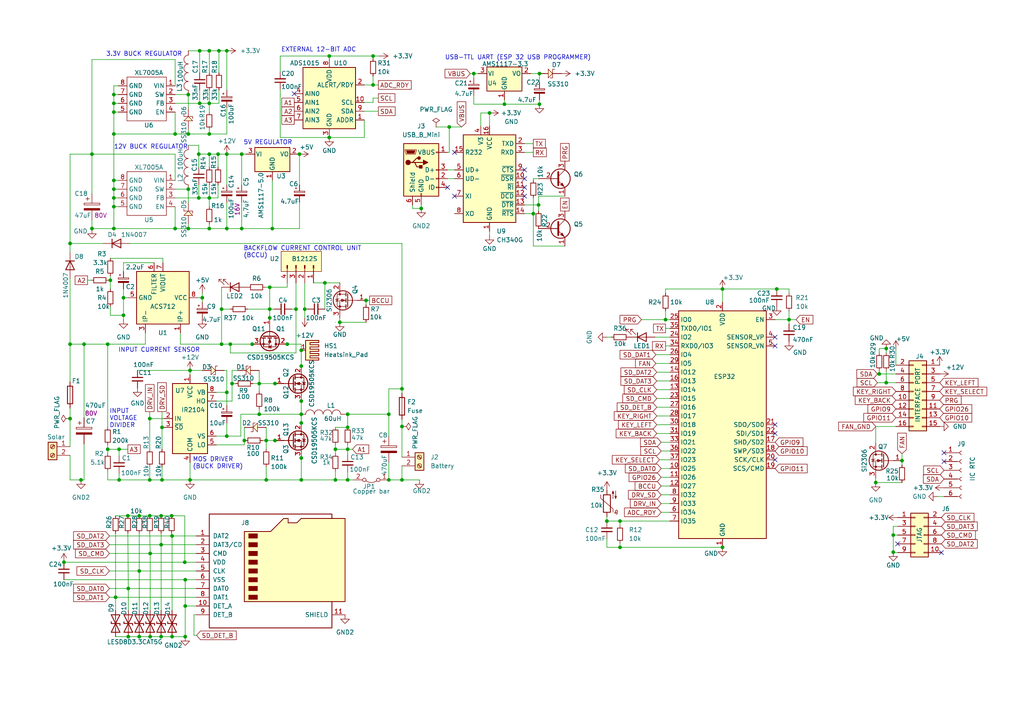
<source format=kicad_sch>
(kicad_sch (version 20231120) (generator "eeschema") (generator_version "8.0")
  (paper "A4")
  (lib_symbols
    (symbol "2N3904_1" (pin_names (offset 0) hide)
      (property "Reference" "Q6" (at 5.08 1.2701 0))
      (property "Value" "2N3904_1" (at 5.08 -1.2699 0))
      (symbol "2N3904_1_1_1"
        (pin passive line (at 2.54 -5.08 90) (length 2.54) (name "E") (number "1"))
        (pin passive line (at -5.08 0 0) (length 5.715) (name "B") (number "2"))
        (pin passive line (at 2.54 5.08 270) (length 2.54) (name "C") (number "3"))
      )
    )
    (symbol "Analog_ADC:ADS1015IDGS"
      (property "Reference" "U" (at 2.54 13.97 0))
      (property "Value" "ADS1015IDGS" (at 7.62 11.43 0))
      (symbol "ADS1015IDGS_1_1"
        (pin input line (at 10.16 -5.08 180) (length 2.54) (name "ADDR") (number "1"))
        (pin input line (at 10.16 0 180) (length 2.54) (name "SCL") (number "10"))
        (pin output line (at 10.16 5.08 180) (length 2.54) (name "ALERT/RDY") (number "2"))
        (pin power_in line (at 0 -10.16 90) (length 2.54) (name "GND") (number "3"))
        (pin input line (at -10.16 2.54 0) (length 2.54) (name "AIN0") (number "4"))
        (pin input line (at -10.16 0 0) (length 2.54) (name "AIN1") (number "5"))
        (pin input line (at -10.16 -2.54 0) (length 2.54) (name "AIN2") (number "6"))
        (pin input line (at -10.16 -5.08 0) (length 2.54) (name "AIN3") (number "7"))
        (pin power_in line (at 0 12.7 270) (length 2.54) (name "VDD") (number "8"))
        (pin bidirectional line (at 10.16 -2.54 180) (length 2.54) (name "SDA") (number "9"))
      )
    )
    (symbol "Connector:Conn_01x06_Female" (pin_names (offset 1.016) hide)
      (property "Reference" "J" (at 0 7.62 0))
      (property "Value" "Conn_01x06_Female" (at 0 -10.16 0))
      (symbol "Conn_01x06_Female_1_1"
        (pin passive line (at -5.08 5.08 0) (length 3.81) (name "Pin_1") (number "1"))
        (pin passive line (at -5.08 2.54 0) (length 3.81) (name "Pin_2") (number "2"))
        (pin passive line (at -5.08 0 0) (length 3.81) (name "Pin_3") (number "3"))
        (pin passive line (at -5.08 -2.54 0) (length 3.81) (name "Pin_4") (number "4"))
        (pin passive line (at -5.08 -5.08 0) (length 3.81) (name "Pin_5") (number "5"))
        (pin passive line (at -5.08 -7.62 0) (length 3.81) (name "Pin_6") (number "6"))
      )
    )
    (symbol "Connector:Micro_SD_Card_Det_Hirose_DM3AT" (pin_names (offset 1.016))
      (property "Reference" "J" (at -16.51 17.78 0))
      (property "Value" "Micro_SD_Card_Det_Hirose_DM3AT" (at 16.51 17.78 0))
      (symbol "Micro_SD_Card_Det_Hirose_DM3AT_1_1"
        (pin bidirectional line (at -22.86 10.16 0) (length 3.81) (name "DAT2") (number "1"))
        (pin passive line (at -22.86 -10.16 0) (length 3.81) (name "DET_A") (number "10"))
        (pin passive line (at 20.32 -12.7 180) (length 3.81) (name "SHIELD") (number "11"))
        (pin bidirectional line (at -22.86 7.62 0) (length 3.81) (name "DAT3/CD") (number "2"))
        (pin input line (at -22.86 5.08 0) (length 3.81) (name "CMD") (number "3"))
        (pin power_in line (at -22.86 2.54 0) (length 3.81) (name "VDD") (number "4"))
        (pin input line (at -22.86 0 0) (length 3.81) (name "CLK") (number "5"))
        (pin power_in line (at -22.86 -2.54 0) (length 3.81) (name "VSS") (number "6"))
        (pin bidirectional line (at -22.86 -5.08 0) (length 3.81) (name "DAT0") (number "7"))
        (pin bidirectional line (at -22.86 -7.62 0) (length 3.81) (name "DAT1") (number "8"))
        (pin passive line (at -22.86 -12.7 0) (length 3.81) (name "DET_B") (number "9"))
      )
    )
    (symbol "Connector:Screw_Terminal_01x02" (pin_names (offset 1.016) hide)
      (property "Reference" "J" (at 0 2.54 0))
      (property "Value" "Screw_Terminal_01x02" (at 0 -5.08 0))
      (symbol "Screw_Terminal_01x02_1_1"
        (pin passive line (at -5.08 0 0) (length 3.81) (name "Pin_1") (number "1"))
        (pin passive line (at -5.08 -2.54 0) (length 3.81) (name "Pin_2") (number "2"))
      )
    )
    (symbol "Connector:USB_B_Mini" (pin_names (offset 1.016))
      (property "Reference" "J" (at -5.08 11.43 0))
      (property "Value" "USB_B_Mini" (at -5.08 8.89 0))
      (symbol "USB_B_Mini_1_1"
        (pin power_out line (at 7.62 5.08 180) (length 2.54) (name "VBUS") (number "1"))
        (pin bidirectional line (at 7.62 -2.54 180) (length 2.54) (name "D-") (number "2"))
        (pin bidirectional line (at 7.62 0 180) (length 2.54) (name "D+") (number "3"))
        (pin passive line (at 7.62 -5.08 180) (length 2.54) (name "ID") (number "4"))
        (pin power_out line (at 0 -10.16 90) (length 2.54) (name "GND") (number "5"))
        (pin passive line (at -2.54 -10.16 90) (length 2.54) (name "Shield") (number "6"))
      )
    )
    (symbol "Connector_Generic:Conn_02x05_Odd_Even" (pin_names (offset 1.016) hide)
      (property "Reference" "J" (at 1.27 7.62 0))
      (property "Value" "Conn_02x05_Odd_Even" (at 1.27 -7.62 0))
      (symbol "Conn_02x05_Odd_Even_1_1"
        (pin passive line (at -5.08 5.08 0) (length 3.81) (name "Pin_1") (number "1"))
        (pin passive line (at 7.62 -5.08 180) (length 3.81) (name "Pin_10") (number "10"))
        (pin passive line (at 7.62 5.08 180) (length 3.81) (name "Pin_2") (number "2"))
        (pin passive line (at -5.08 2.54 0) (length 3.81) (name "Pin_3") (number "3"))
        (pin passive line (at 7.62 2.54 180) (length 3.81) (name "Pin_4") (number "4"))
        (pin passive line (at -5.08 0 0) (length 3.81) (name "Pin_5") (number "5"))
        (pin passive line (at 7.62 0 180) (length 3.81) (name "Pin_6") (number "6"))
        (pin passive line (at -5.08 -2.54 0) (length 3.81) (name "Pin_7") (number "7"))
        (pin passive line (at 7.62 -2.54 180) (length 3.81) (name "Pin_8") (number "8"))
        (pin passive line (at -5.08 -5.08 0) (length 3.81) (name "Pin_9") (number "9"))
      )
    )
    (symbol "Connector_Generic:Conn_02x08_Odd_Even" (pin_names (offset 1.016) hide)
      (property "Reference" "J" (at 1.27 10.16 0))
      (property "Value" "Conn_02x08_Odd_Even" (at 1.27 -12.7 0))
      (symbol "Conn_02x08_Odd_Even_1_1"
        (pin passive line (at -5.08 7.62 0) (length 3.81) (name "Pin_1") (number "1"))
        (pin passive line (at 7.62 -2.54 180) (length 3.81) (name "Pin_10") (number "10"))
        (pin passive line (at -5.08 -5.08 0) (length 3.81) (name "Pin_11") (number "11"))
        (pin passive line (at 7.62 -5.08 180) (length 3.81) (name "Pin_12") (number "12"))
        (pin passive line (at -5.08 -7.62 0) (length 3.81) (name "Pin_13") (number "13"))
        (pin passive line (at 7.62 -7.62 180) (length 3.81) (name "Pin_14") (number "14"))
        (pin passive line (at -5.08 -10.16 0) (length 3.81) (name "Pin_15") (number "15"))
        (pin passive line (at 7.62 -10.16 180) (length 3.81) (name "Pin_16") (number "16"))
        (pin passive line (at 7.62 7.62 180) (length 3.81) (name "Pin_2") (number "2"))
        (pin passive line (at -5.08 5.08 0) (length 3.81) (name "Pin_3") (number "3"))
        (pin passive line (at 7.62 5.08 180) (length 3.81) (name "Pin_4") (number "4"))
        (pin passive line (at -5.08 2.54 0) (length 3.81) (name "Pin_5") (number "5"))
        (pin passive line (at 7.62 2.54 180) (length 3.81) (name "Pin_6") (number "6"))
        (pin passive line (at -5.08 0 0) (length 3.81) (name "Pin_7") (number "7"))
        (pin passive line (at 7.62 0 180) (length 3.81) (name "Pin_8") (number "8"))
        (pin passive line (at -5.08 -2.54 0) (length 3.81) (name "Pin_9") (number "9"))
      )
    )
    (symbol "Device:C_Polarized" (pin_numbers hide) (pin_names (offset 0.254))
      (property "Reference" "C" (at 0.635 2.54 0))
      (property "Value" "C_Polarized" (at 0.635 -2.54 0))
      (symbol "C_Polarized_1_1"
        (pin passive line (at 0 3.81 270) (length 2.794) (name "~") (number "1"))
        (pin passive line (at 0 -3.81 90) (length 2.794) (name "~") (number "2"))
      )
    )
    (symbol "Device:C_Polarized_Small" (pin_numbers hide) (pin_names (offset 0.254) hide)
      (property "Reference" "C" (at 0.254 1.778 0))
      (property "Value" "C_Polarized_Small" (at 0.254 -2.032 0))
      (symbol "C_Polarized_Small_1_1"
        (pin passive line (at 0 2.54 270) (length 1.8542) (name "~") (number "1"))
        (pin passive line (at 0 -2.54 90) (length 1.8542) (name "~") (number "2"))
      )
    )
    (symbol "Device:C_Small" (pin_numbers hide) (pin_names (offset 0.254) hide)
      (property "Reference" "C" (at 0.254 1.778 0))
      (property "Value" "C_Small" (at 0.254 -2.032 0))
      (symbol "C_Small_1_1"
        (pin passive line (at 0 2.54 270) (length 2.032) (name "~") (number "1"))
        (pin passive line (at 0 -2.54 90) (length 2.032) (name "~") (number "2"))
      )
    )
    (symbol "Device:Fuse" (pin_numbers hide) (pin_names (offset 0))
      (property "Reference" "F" (at 2.032 0 90))
      (property "Value" "Fuse" (at -1.905 0 90))
      (symbol "Fuse_1_1"
        (pin passive line (at 0 3.81 270) (length 1.27) (name "~") (number "1"))
        (pin passive line (at 0 -3.81 90) (length 1.27) (name "~") (number "2"))
      )
    )
    (symbol "Device:LED" (pin_numbers hide) (pin_names (offset 1.016) hide)
      (property "Reference" "D" (at 0 2.54 0))
      (property "Value" "LED" (at 0 -2.54 0))
      (symbol "LED_1_1"
        (pin passive line (at -3.81 0 0) (length 2.54) (name "K") (number "1"))
        (pin passive line (at 3.81 0 180) (length 2.54) (name "A") (number "2"))
      )
    )
    (symbol "Device:R_Small" (pin_numbers hide) (pin_names (offset 0.254) hide)
      (property "Reference" "R" (at 0.762 0.508 0))
      (property "Value" "R_Small" (at 0.762 -1.016 0))
      (symbol "R_Small_1_1"
        (pin passive line (at 0 2.54 270) (length 0.762) (name "~") (number "1"))
        (pin passive line (at 0 -2.54 90) (length 0.762) (name "~") (number "2"))
      )
    )
    (symbol "Device:Thermistor_NTC" (pin_numbers hide) (pin_names (offset 0))
      (property "Reference" "TH" (at -4.445 0 90))
      (property "Value" "Thermistor_NTC" (at 3.175 0 90))
      (symbol "Thermistor_NTC_1_1"
        (pin passive line (at 0 3.81 270) (length 1.27) (name "~") (number "1"))
        (pin passive line (at 0 -3.81 90) (length 1.27) (name "~") (number "2"))
      )
    )
    (symbol "Diode:1N4007" (pin_numbers hide) (pin_names (offset 1.016) hide)
      (property "Reference" "D" (at 0 2.54 0))
      (property "Value" "1N4007" (at 0 -2.54 0))
      (symbol "1N4007_1_1"
        (pin passive line (at -3.81 0 0) (length 2.54) (name "K") (number "1"))
        (pin passive line (at 3.81 0 180) (length 2.54) (name "A") (number "2"))
      )
    )
    (symbol "Diode:1N62xxCA" (pin_numbers hide) (pin_names (offset 1.016) hide)
      (property "Reference" "D" (at 0 2.54 0))
      (property "Value" "1N62xxCA" (at 0 -2.54 0))
      (symbol "1N62xxCA_1_1"
        (pin passive line (at -3.81 0 0) (length 2.54) (name "A1") (number "1"))
        (pin passive line (at 3.81 0 180) (length 2.54) (name "A2") (number "2"))
      )
    )
    (symbol "Driver_FET:IR2104"
      (property "Reference" "U" (at 1.27 13.335 0))
      (property "Value" "IR2104" (at 1.27 11.43 0))
      (symbol "IR2104_1_1"
        (pin power_in line (at 0 12.7 270) (length 2.54) (name "VCC") (number "1"))
        (pin input line (at -7.62 0 0) (length 2.54) (name "IN") (number "2"))
        (pin input line (at -7.62 -2.54 0) (length 2.54) (name "~{SD}") (number "3"))
        (pin power_in line (at 0 -12.7 90) (length 2.54) (name "COM") (number "4"))
        (pin output line (at 7.62 -7.62 180) (length 2.54) (name "LO") (number "5"))
        (pin passive line (at 7.62 -5.08 180) (length 2.54) (name "VS") (number "6"))
        (pin output line (at 7.62 5.08 180) (length 2.54) (name "HO") (number "7"))
        (pin passive line (at 7.62 7.62 180) (length 2.54) (name "VB") (number "8"))
      )
    )
    (symbol "Interface_USB:CH340G"
      (property "Reference" "U" (at -5.08 13.97 0))
      (property "Value" "CH340G" (at 1.27 13.97 0))
      (symbol "CH340G_1_1"
        (pin power_in line (at 0 -15.24 90) (length 2.54) (name "GND") (number "1"))
        (pin input line (at 10.16 0 180) (length 2.54) (name "~{DSR}") (number "10"))
        (pin input line (at 10.16 -2.54 180) (length 2.54) (name "~{RI}") (number "11"))
        (pin input line (at 10.16 -5.08 180) (length 2.54) (name "~{DCD}") (number "12"))
        (pin output line (at 10.16 -7.62 180) (length 2.54) (name "~{DTR}") (number "13"))
        (pin output line (at 10.16 -10.16 180) (length 2.54) (name "~{RTS}") (number "14"))
        (pin input line (at -10.16 7.62 0) (length 2.54) (name "R232") (number "15"))
        (pin power_in line (at 0 15.24 270) (length 2.54) (name "VCC") (number "16"))
        (pin output line (at 10.16 10.16 180) (length 2.54) (name "TXD") (number "2"))
        (pin input line (at 10.16 7.62 180) (length 2.54) (name "RXD") (number "3"))
        (pin passive line (at -2.54 15.24 270) (length 2.54) (name "V3") (number "4"))
        (pin bidirectional line (at -10.16 2.54 0) (length 2.54) (name "UD+") (number "5"))
        (pin bidirectional line (at -10.16 0 0) (length 2.54) (name "UD-") (number "6"))
        (pin input line (at -10.16 -5.08 0) (length 2.54) (name "XI") (number "7"))
        (pin output line (at -10.16 -10.16 0) (length 2.54) (name "XO") (number "8"))
        (pin input line (at 10.16 2.54 180) (length 2.54) (name "~{CTS}") (number "9"))
      )
    )
    (symbol "Jumper:Jumper_2_Bridged" (pin_names (offset 0) hide)
      (property "Reference" "JP" (at 0 1.905 0))
      (property "Value" "Jumper_2_Bridged" (at 0 -2.54 0))
      (symbol "Jumper_2_Bridged_1_1"
        (pin passive line (at -5.08 0 0) (length 2.54) (name "A") (number "1"))
        (pin passive line (at 5.08 0 180) (length 2.54) (name "B") (number "2"))
      )
    )
    (symbol "Mechanical:Heatsink_Pad" (pin_names (offset 0))
      (property "Reference" "HS" (at 0 5.715 0))
      (property "Value" "Heatsink_Pad" (at 0 3.81 0))
      (symbol "Heatsink_Pad_1_1"
        (pin passive line (at 0 -2.54 90) (length 1.27) (name "~") (number "1"))
      )
    )
    (symbol "RF_Module:ESP32-WROOM-32"
      (property "Reference" "U" (at -12.7 34.29 0))
      (property "Value" "ESP32-WROOM-32" (at 1.27 34.29 0))
      (symbol "ESP32-WROOM-32_1_1"
        (pin power_in line (at 0 -35.56 90) (length 2.54) (name "GND") (number "1"))
        (pin bidirectional line (at 15.24 -12.7 180) (length 2.54) (name "IO25") (number "10"))
        (pin bidirectional line (at 15.24 -15.24 180) (length 2.54) (name "IO26") (number "11"))
        (pin bidirectional line (at 15.24 -17.78 180) (length 2.54) (name "IO27") (number "12"))
        (pin bidirectional line (at 15.24 10.16 180) (length 2.54) (name "IO14") (number "13"))
        (pin bidirectional line (at 15.24 15.24 180) (length 2.54) (name "IO12") (number "14"))
        (pin passive line (at 0 -35.56 90) (length 2.54) hide (name "GND") (number "15"))
        (pin bidirectional line (at 15.24 12.7 180) (length 2.54) (name "IO13") (number "16"))
        (pin bidirectional line (at -15.24 -5.08 0) (length 2.54) (name "SHD/SD2") (number "17"))
        (pin bidirectional line (at -15.24 -7.62 0) (length 2.54) (name "SWP/SD3") (number "18"))
        (pin bidirectional line (at -15.24 -12.7 0) (length 2.54) (name "SCS/CMD") (number "19"))
        (pin power_in line (at 0 35.56 270) (length 2.54) (name "VDD") (number "2"))
        (pin bidirectional line (at -15.24 -10.16 0) (length 2.54) (name "SCK/CLK") (number "20"))
        (pin bidirectional line (at -15.24 0 0) (length 2.54) (name "SDO/SD0") (number "21"))
        (pin bidirectional line (at -15.24 -2.54 0) (length 2.54) (name "SDI/SD1") (number "22"))
        (pin bidirectional line (at 15.24 7.62 180) (length 2.54) (name "IO15") (number "23"))
        (pin bidirectional line (at 15.24 25.4 180) (length 2.54) (name "IO2") (number "24"))
        (pin bidirectional line (at 15.24 30.48 180) (length 2.54) (name "IO0") (number "25"))
        (pin bidirectional line (at 15.24 20.32 180) (length 2.54) (name "IO4") (number "26"))
        (pin bidirectional line (at 15.24 5.08 180) (length 2.54) (name "IO16") (number "27"))
        (pin bidirectional line (at 15.24 2.54 180) (length 2.54) (name "IO17") (number "28"))
        (pin bidirectional line (at 15.24 17.78 180) (length 2.54) (name "IO5") (number "29"))
        (pin input line (at -15.24 30.48 0) (length 2.54) (name "EN") (number "3"))
        (pin bidirectional line (at 15.24 0 180) (length 2.54) (name "IO18") (number "30"))
        (pin bidirectional line (at 15.24 -2.54 180) (length 2.54) (name "IO19") (number "31"))
        (pin no_connect line (at -12.7 -27.94 0) (length 2.54) hide (name "NC") (number "32"))
        (pin bidirectional line (at 15.24 -5.08 180) (length 2.54) (name "IO21") (number "33"))
        (pin bidirectional line (at 15.24 22.86 180) (length 2.54) (name "RXD0/IO3") (number "34"))
        (pin bidirectional line (at 15.24 27.94 180) (length 2.54) (name "TXD0/IO1") (number "35"))
        (pin bidirectional line (at 15.24 -7.62 180) (length 2.54) (name "IO22") (number "36"))
        (pin bidirectional line (at 15.24 -10.16 180) (length 2.54) (name "IO23") (number "37"))
        (pin passive line (at 0 -35.56 90) (length 2.54) hide (name "GND") (number "38"))
        (pin passive line (at 0 -35.56 90) (length 2.54) hide (name "GND") (number "39"))
        (pin input line (at -15.24 25.4 0) (length 2.54) (name "SENSOR_VP") (number "4"))
        (pin input line (at -15.24 22.86 0) (length 2.54) (name "SENSOR_VN") (number "5"))
        (pin input line (at 15.24 -25.4 180) (length 2.54) (name "IO34") (number "6"))
        (pin input line (at 15.24 -27.94 180) (length 2.54) (name "IO35") (number "7"))
        (pin bidirectional line (at 15.24 -20.32 180) (length 2.54) (name "IO32") (number "8"))
        (pin bidirectional line (at 15.24 -22.86 180) (length 2.54) (name "IO33") (number "9"))
      )
    )
    (symbol "Regulator_Linear:AMS1117-3.3" (pin_names (offset 0.254))
      (property "Reference" "U" (at -3.81 3.175 0))
      (property "Value" "AMS1117-3.3" (at 0 3.175 0))
      (symbol "AMS1117-3.3_1_1"
        (pin power_in line (at 0 -7.62 90) (length 2.54) (name "GND") (number "1"))
        (pin power_out line (at 7.62 0 180) (length 2.54) (name "VO") (number "2"))
        (pin power_in line (at -7.62 0 0) (length 2.54) (name "VI") (number "3"))
      )
    )
    (symbol "Regulator_Linear:AMS1117-5.0" (pin_names (offset 0.254))
      (property "Reference" "U" (at -3.81 3.175 0))
      (property "Value" "AMS1117-5.0" (at 0 3.175 0))
      (symbol "AMS1117-5.0_1_1"
        (pin power_in line (at 0 -7.62 90) (length 2.54) (name "GND") (number "1"))
        (pin power_out line (at 7.62 0 180) (length 2.54) (name "VO") (number "2"))
        (pin power_in line (at -7.62 0 0) (length 2.54) (name "VI") (number "3"))
      )
    )
    (symbol "SS310_2" (pin_numbers hide) (pin_names (offset 0.002) hide)
      (property "Reference" "D1" (at -0.635 8.255 0))
      (property "Value" "SS310_2" (at 5.715 8.255 0))
      (symbol "SS310_2_0_0"
        (pin passive line (at -5.08 -6.35 0) (length 2.54) (name "Katode") (number "1"))
        (pin passive line (at 1.27 -6.35 180) (length 2.54) (name "Anode") (number "2"))
      )
    )
    (symbol "SS310_3" (pin_numbers hide) (pin_names (offset 0.002) hide)
      (property "Reference" "D1" (at -0.635 8.255 0))
      (property "Value" "SS310_3" (at 5.715 8.255 0))
      (symbol "SS310_3_0_0"
        (pin passive line (at -5.08 -6.35 0) (length 2.54) (name "Katode") (number "1"))
        (pin passive line (at 1.27 -6.35 180) (length 2.54) (name "Anode") (number "2"))
      )
    )
    (symbol "SS310_4" (pin_numbers hide) (pin_names (offset 0.002) hide)
      (property "Reference" "D1" (at -0.635 8.255 0))
      (property "Value" "SS310_4" (at 5.715 8.255 0))
      (symbol "SS310_4_0_0"
        (pin passive line (at -5.08 -6.35 0) (length 2.54) (name "Katode") (number "1"))
        (pin passive line (at 1.27 -6.35 180) (length 2.54) (name "Anode") (number "2"))
      )
    )
    (symbol "SS310_5" (pin_numbers hide) (pin_names (offset 0.002) hide)
      (property "Reference" "D1" (at -0.635 8.255 0))
      (property "Value" "SS310_5" (at 5.715 8.255 0))
      (symbol "SS310_5_0_0"
        (pin passive line (at -5.08 -6.35 0) (length 2.54) (name "Katode") (number "1"))
        (pin passive line (at 1.27 -6.35 180) (length 2.54) (name "Anode") (number "2"))
      )
    )
    (symbol "Sensor_Current:ACS712xLCTR-05B"
      (property "Reference" "U" (at 2.54 11.43 0))
      (property "Value" "ACS712xLCTR-05B" (at 2.54 8.89 0))
      (symbol "ACS712xLCTR-05B_1_1"
        (pin passive line (at -10.16 5.08 0) (length 2.54) (name "IP+") (number "1"))
        (pin passive line (at -10.16 5.08 0) (length 2.54) hide (name "IP+") (number "2"))
        (pin passive line (at -10.16 -5.08 0) (length 2.54) (name "IP-") (number "3"))
        (pin passive line (at -10.16 -5.08 0) (length 2.54) hide (name "IP-") (number "4"))
        (pin power_in line (at 0 -10.16 90) (length 2.54) (name "GND") (number "5"))
        (pin passive line (at 10.16 -2.54 180) (length 2.54) (name "FILTER") (number "6"))
        (pin output line (at 10.16 0 180) (length 2.54) (name "VIOUT") (number "7"))
        (pin power_in line (at 0 10.16 270) (length 2.54) (name "VCC") (number "8"))
      )
    )
    (symbol "Transistor_BJT:2N3904" (pin_names (offset 0) hide)
      (property "Reference" "Q" (at 5.08 1.905 0))
      (property "Value" "2N3904" (at 5.08 0 0))
      (symbol "2N3904_1_1"
        (pin passive line (at 2.54 -5.08 90) (length 2.54) (name "E") (number "1"))
        (pin passive line (at -5.08 0 0) (length 5.715) (name "B") (number "2"))
        (pin passive line (at 2.54 5.08 270) (length 2.54) (name "C") (number "3"))
      )
    )
    (symbol "footprint:B1212S" (pin_names (offset 1.016) hide)
      (property "Reference" "J" (at 0 5.08 0))
      (property "Value" "B1212S" (at -2.032 -1.016 90))
      (symbol "B1212S_1_1"
        (pin passive line (at 5.08 2.54 180) (length 3.81) (name "GND") (number "1"))
        (pin power_in line (at 5.08 0 180) (length 3.81) (name "VIN") (number "2"))
        (pin passive line (at 5.08 -2.54 180) (length 3.81) (name "GND2") (number "3"))
        (pin power_out line (at 5.08 -5.08 180) (length 3.81) (name "VOUT") (number "4"))
      )
    )
    (symbol "footprint:CSD19505KCS" (pin_names hide)
      (property "Reference" "Q1" (at 2.54 2.54 90))
      (property "Value" "CSD19505KCS" (at 6.096 0.508 90))
      (symbol "CSD19505KCS_1_1"
        (pin passive line (at -5.08 0 0) (length 2.54) (name "G") (number "1"))
        (pin passive line (at 2.54 5.08 270) (length 2.54) (name "D") (number "2"))
        (pin passive line (at 2.54 -5.08 90) (length 2.54) (name "S") (number "3"))
      )
    )
    (symbol "footprint:SMD_INDUCTOR_CD54" (pin_numbers hide) (pin_names hide)
      (property "Reference" "L" (at 0 -0.635 0))
      (property "Value" "SMD_INDUCTOR_CD54" (at 0 1.27 0))
      (symbol "SMD_INDUCTOR_CD54_1_1"
        (pin input line (at -6.35 -3.81 0) (length 1.27) (name "1") (number "1"))
        (pin input line (at 6.35 -3.81 180) (length 1.27) (name "2") (number "2"))
      )
    )
    (symbol "footprint:SS310" (pin_numbers hide) (pin_names (offset 0.002) hide)
      (property "Reference" "D1" (at -0.635 8.255 0))
      (property "Value" "SS310" (at 5.715 8.255 0))
      (symbol "SS310_0_0"
        (pin passive line (at -5.08 -6.35 0) (length 2.54) (name "Katode") (number "1"))
        (pin passive line (at 1.27 -6.35 180) (length 2.54) (name "Anode") (number "2"))
      )
    )
    (symbol "footprint:XL7005A"
      (property "Value" "XL7005A" (at -8.89 1.27 0))
      (symbol "XL7005A_0_0"
        (pin power_in line (at -1.27 -2.54 180) (length 2.54) (name "VIN") (number "1"))
        (pin bidirectional line (at -1.27 -5.08 180) (length 2.54) (name "SW") (number "2"))
        (pin input line (at -1.27 -7.62 180) (length 2.54) (name "FB") (number "3"))
        (pin input line (at -1.27 -10.16 180) (length 2.54) (name "EN") (number "4"))
        (pin power_in line (at -17.78 -10.16 0) (length 2.54) (name "GND") (number "5"))
        (pin power_in line (at -17.78 -7.62 0) (length 2.54) (name "GND") (number "6"))
        (pin power_in line (at -17.78 -5.08 0) (length 2.54) (name "GND") (number "7"))
        (pin power_in line (at -17.78 -2.54 0) (length 2.54) (name "GND") (number "8"))
      )
      (symbol "XL7005A_1_1"
        (pin no_connect line (at -9.144 -15.24 90) (length 2.54) hide (name "Thermal") (number "9"))
      )
    )
    (symbol "power:+12V" (power) (pin_names (offset 0))
      (property "Value" "+12V" (at 0 3.556 0))
      (symbol "+12V_1_1"
        (pin power_in line (at 0 0 90) (length 0) hide (name "+12V") (number "1"))
      )
    )
    (symbol "power:+3.3V" (power) (pin_names (offset 0))
      (property "Value" "+3.3V" (at 0 3.556 0))
      (symbol "+3.3V_1_1"
        (pin power_in line (at 0 0 90) (length 0) hide (name "+3.3V") (number "1"))
      )
    )
    (symbol "power:+5V" (power) (pin_names (offset 0))
      (property "Value" "+5V" (at 0 3.556 0))
      (symbol "+5V_1_1"
        (pin power_in line (at 0 0 90) (length 0) hide (name "+5V") (number "1"))
      )
    )
    (symbol "power:GND" (power) (pin_names (offset 0))
      (property "Value" "GND" (at 0 -3.81 0))
      (symbol "GND_1_1"
        (pin power_in line (at 0 0 270) (length 0) hide (name "GND") (number "1"))
      )
    )
    (symbol "power:GND2" (power) (pin_names (offset 0))
      (property "Value" "GND2" (at 0 -3.81 0))
      (symbol "GND2_1_1"
        (pin power_in line (at 0 0 270) (length 0) hide (name "GND2") (number "1"))
      )
    )
    (symbol "power:PWR_FLAG" (power) (pin_numbers hide) (pin_names (offset 0) hide)
      (property "Value" "PWR_FLAG" (at 0 3.81 0))
      (symbol "PWR_FLAG_0_0"
        (pin power_out line (at 0 0 90) (length 0) (name "pwr") (number "1"))
      )
    )
  )
  (bus_alias "+3.3V" (members))
  (junction (at 60.706 14.732))
  (junction (at 112.776 139.192))
  (junction (at 53.721 175.768))
  (junction (at 79.756 127.762))
  (junction (at 70.104 66.294))
  (junction (at 156.464 30.226))
  (junction (at 37.211 170.688))
  (junction (at 73.152 99.822))
  (junction (at 112.776 120.142))
  (junction (at 259.08 155.194))
  (junction (at 43.561 160.528))
  (junction (at 83.312 99.822))
  (junction (at 53.594 163.068))
  (junction (at 116.586 139.192))
  (junction (at 65.786 14.732))
  (junction (at 49.911 155.448))
  (junction (at 35.814 91.44))
  (junction (at 31.242 99.822))
  (junction (at 54.61 38.862))
  (junction (at 65.786 113.792))
  (junction (at 20.32 99.822))
  (junction (at 97.282 139.192))
  (junction (at 33.02 66.294))
  (junction (at 40.386 165.608))
  (junction (at 141.986 32.766))
  (junction (at 75.184 111.252))
  (junction (at 87.376 116.332))
  (junction (at 33.02 59.944))
  (junction (at 122.174 60.452))
  (junction (at 95.504 16.256))
  (junction (at 88.392 89.662))
  (junction (at 53.721 168.148))
  (junction (at 57.658 44.704))
  (junction (at 60.706 38.862))
  (junction (at 108.204 24.638))
  (junction (at 94.234 82.042))
  (junction (at 108.204 16.256))
  (junction (at 50.8 38.862))
  (junction (at 78.232 83.312))
  (junction (at 87.376 106.172))
  (junction (at 66.802 99.822))
  (junction (at 40.386 184.658))
  (junction (at 26.67 44.704))
  (junction (at 95.504 39.878))
  (junction (at 55.118 107.442))
  (junction (at 137.414 21.336))
  (junction (at 179.832 158.75))
  (junction (at 100.838 120.142))
  (junction (at 43.561 184.658))
  (junction (at 49.784 149.606))
  (junction (at 31.242 130.302))
  (junction (at 50.8 66.294))
  (junction (at 78.994 66.294))
  (junction (at 63.246 44.704))
  (junction (at 209.55 158.75))
  (junction (at 116.586 112.776))
  (junction (at 20.32 70.612))
  (junction (at 255.016 108.458))
  (junction (at 64.262 89.662))
  (junction (at 77.216 127.762))
  (junction (at 54.61 27.432))
  (junction (at 67.31 111.252))
  (junction (at 60.706 66.294))
  (junction (at 33.02 32.512))
  (junction (at 34.544 130.302))
  (junction (at 228.854 92.71))
  (junction (at 98.552 93.472))
  (junction (at 261.62 133.604))
  (junction (at 87.376 101.6))
  (junction (at 257.048 110.998))
  (junction (at 53.721 184.658))
  (junction (at 57.658 57.404))
  (junction (at 87.376 132.842))
  (junction (at 209.55 83.82))
  (junction (at 43.434 139.192))
  (junction (at 18.542 163.068))
  (junction (at 65.786 66.294))
  (junction (at 49.911 184.658))
  (junction (at 24.384 99.822))
  (junction (at 257.048 101.092))
  (junction (at 225.298 83.82))
  (junction (at 37.084 149.606))
  (junction (at 46.99 123.952))
  (junction (at 32.004 81.28))
  (junction (at 63.5 14.732))
  (junction (at 85.852 89.662))
  (junction (at 55.118 139.192))
  (junction (at 97.282 130.302))
  (junction (at 57.912 29.972))
  (junction (at 78.232 89.662))
  (junction (at 33.02 29.972))
  (junction (at 70.866 127.762))
  (junction (at 64.262 99.822))
  (junction (at 156.464 21.336))
  (junction (at 79.756 111.252))
  (junction (at 116.586 123.698))
  (junction (at 176.022 151.13))
  (junction (at 54.61 54.864))
  (junction (at 77.216 139.192))
  (junction (at 87.376 139.192))
  (junction (at 33.02 38.862))
  (junction (at 65.786 44.704))
  (junction (at 259.08 160.147))
  (junction (at 156.21 59.436))
  (junction (at 78.232 92.202))
  (junction (at 46.736 157.988))
  (junction (at 60.706 57.404))
  (junction (at 87.376 120.142))
  (junction (at 100.838 130.302))
  (junction (at 154.686 61.976))
  (junction (at 26.67 66.294))
  (junction (at 75.184 120.142))
  (junction (at 54.61 66.294))
  (junction (at 33.02 54.864))
  (junction (at 57.912 14.732))
  (junction (at 46.736 149.606))
  (junction (at 254 139.954))
  (junction (at 46.736 184.658))
  (junction (at 33.02 57.404))
  (junction (at 100.838 123.952))
  (junction (at 20.32 121.412))
  (junction (at 35.814 86.36))
  (junction (at 86.868 44.704))
  (junction (at 40.386 149.606))
  (junction (at 34.544 139.192))
  (junction (at 37.211 184.658))
  (junction (at 130.302 36.83))
  (junction (at 43.434 149.606))
  (junction (at 33.02 52.324))
  (junction (at 46.99 139.192))
  (junction (at 179.832 151.13))
  (junction (at 60.706 44.704))
  (junction (at 33.02 27.432))
  (junction (at 106.172 87.122))
  (junction (at 70.104 44.704))
  (junction (at 33.528 173.228))
  (junction (at 146.304 30.226))
  (junction (at 23.495 139.192))
  (junction (at 100.838 139.192))
  (junction (at 193.04 92.71))
  (junction (at 65.786 126.492))
  (junction (at 87.376 122.682))
  (junction (at 43.434 121.412))
  (junction (at 60.706 29.972))
  (junction (at 58.674 86.36))
  (no_connect (at 131.826 44.196))
  (no_connect (at 273.812 131.318))
  (no_connect (at 152.146 54.356))
  (no_connect (at 273.812 133.858))
  (no_connect (at 273.05 160.274))
  (no_connect (at 224.79 133.35))
  (no_connect (at 152.146 56.896))
  (no_connect (at 224.79 97.79))
  (no_connect (at 260.35 157.734))
  (no_connect (at 224.79 100.33))
  (no_connect (at 224.79 123.19))
  (no_connect (at 131.826 56.896))
  (no_connect (at 129.794 54.356))
  (no_connect (at 152.146 51.816))
  (no_connect (at 85.344 27.178))
  (no_connect (at 224.79 125.73))
  (no_connect (at 152.146 49.276))
  (wire (pts (xy 39.878 107.442) (xy 55.118 107.442)))
  (wire (pts (xy 97.282 123.952) (xy 100.838 123.952)))
  (wire (pts (xy 32.004 74.93) (xy 47.244 74.93)))
  (wire (pts (xy 63.5 29.972) (xy 60.706 29.972)))
  (wire (pts (xy 60.706 44.704) (xy 60.706 48.514)))
  (wire (pts (xy 33.02 29.972) (xy 33.02 32.512)))
  (wire (pts (xy 57.912 29.972) (xy 60.706 29.972)))
  (wire (pts (xy 156.21 59.436) (xy 156.21 56.896)))
  (wire (pts (xy 62.738 116.332) (xy 67.31 116.332)))
  (wire (pts (xy 255.016 107.442) (xy 255.016 108.458)))
  (wire (pts (xy 69.85 126.492) (xy 69.85 120.142)))
  (wire (pts (xy 46.99 135.382) (xy 46.99 139.192)))
  (wire (pts (xy 62.738 113.792) (xy 65.786 113.792)))
  (wire (pts (xy 33.02 52.324) (xy 34.29 52.324)))
  (wire (pts (xy 54.61 38.862) (xy 60.706 38.862)))
  (wire (pts (xy 179.832 157.48) (xy 179.832 158.75)))
  (wire (pts (xy 57.912 14.732) (xy 60.706 14.732)))
  (wire (pts (xy 65.786 44.704) (xy 65.786 53.594)))
  (wire (pts (xy 54.61 37.592) (xy 54.61 38.862)))
  (wire (pts (xy 190.5 107.95) (xy 194.31 107.95)))
  (wire (pts (xy 37.084 149.606) (xy 40.386 149.606)))
  (wire (pts (xy 129.794 49.276) (xy 131.826 49.276)))
  (wire (pts (xy 108.204 16.256) (xy 95.504 16.256)))
  (wire (pts (xy 100.838 139.192) (xy 102.616 139.192)))
  (wire (pts (xy 60.706 44.704) (xy 63.246 44.704)))
  (wire (pts (xy 154.686 61.976) (xy 154.686 71.374)))
  (wire (pts (xy 37.211 184.658) (xy 40.386 184.658)))
  (wire (pts (xy 50.8 17.272) (xy 50.8 24.892)))
  (wire (pts (xy 52.324 96.52) (xy 52.324 99.822)))
  (wire (pts (xy 65.786 66.294) (xy 60.706 66.294)))
  (wire (pts (xy 153.924 21.336) (xy 156.464 21.336)))
  (wire (pts (xy 108.204 24.638) (xy 108.204 22.098)))
  (wire (pts (xy 191.77 143.51) (xy 194.31 143.51)))
  (wire (pts (xy 26.67 44.704) (xy 50.8 44.704)))
  (wire (pts (xy 43.434 149.606) (xy 46.736 149.606)))
  (wire (pts (xy 26.67 44.704) (xy 20.32 44.704)))
  (wire (pts (xy 77.216 139.192) (xy 87.376 139.192)))
  (wire (pts (xy 37.592 70.612) (xy 116.586 70.612)))
  (wire (pts (xy 259.08 152.654) (xy 259.08 155.194)))
  (wire (pts (xy 116.586 70.612) (xy 116.586 112.776)))
  (wire (pts (xy 37.084 154.686) (xy 37.211 170.688)))
  (wire (pts (xy 94.234 82.042) (xy 98.552 82.042)))
  (wire (pts (xy 273.812 144.018) (xy 271.907 144.018)))
  (wire (pts (xy 57.658 44.704) (xy 60.706 44.704)))
  (wire (pts (xy 191.262 133.35) (xy 194.31 133.35)))
  (wire (pts (xy 62.738 126.492) (xy 65.786 126.492)))
  (wire (pts (xy 78.994 52.324) (xy 78.994 66.294)))
  (wire (pts (xy 43.561 160.528) (xy 56.896 160.528)))
  (wire (pts (xy 87.376 99.822) (xy 83.312 99.822)))
  (wire (pts (xy 31.75 173.228) (xy 33.528 173.228)))
  (wire (pts (xy 65.024 107.442) (xy 65.786 107.442)))
  (wire (pts (xy 259.08 160.274) (xy 260.35 160.274)))
  (wire (pts (xy 33.528 173.228) (xy 56.896 173.228)))
  (wire (pts (xy 141.986 68.326) (xy 141.986 67.056)))
  (wire (pts (xy 77.216 123.952) (xy 77.216 127.762)))
  (wire (pts (xy 55.118 107.442) (xy 58.674 107.442)))
  (wire (pts (xy 50.8 54.864) (xy 54.61 54.864)))
  (wire (pts (xy 33.02 57.404) (xy 33.02 59.944)))
  (wire (pts (xy 20.32 44.704) (xy 20.32 70.612)))
  (wire (pts (xy 81.28 25.908) (xy 81.28 39.878)))
  (wire (pts (xy 77.216 127.762) (xy 79.756 127.762)))
  (wire (pts (xy 190.5 110.49) (xy 194.31 110.49)))
  (wire (pts (xy 156.464 21.336) (xy 156.464 23.876)))
  (wire (pts (xy 49.784 149.606) (xy 53.594 149.606)))
  (wire (pts (xy 32.004 91.44) (xy 35.814 91.44)))
  (wire (pts (xy 43.434 154.686) (xy 43.561 160.528)))
  (wire (pts (xy 85.852 102.362) (xy 66.802 102.362)))
  (wire (pts (xy 190.5 113.03) (xy 194.31 113.03)))
  (wire (pts (xy 57.912 29.972) (xy 57.912 26.162)))
  (wire (pts (xy 40.386 154.686) (xy 40.386 165.608)))
  (wire (pts (xy 190.246 102.87) (xy 194.31 102.87)))
  (wire (pts (xy 86.614 44.704) (xy 86.868 44.704)))
  (wire (pts (xy 60.706 65.024) (xy 60.706 66.294)))
  (wire (pts (xy 78.232 89.662) (xy 79.502 89.662)))
  (wire (pts (xy 78.232 92.202) (xy 78.232 89.662)))
  (wire (pts (xy 254 123.698) (xy 254 128.524)))
  (wire (pts (xy 55.118 107.442) (xy 55.118 108.712)))
  (wire (pts (xy 33.528 184.658) (xy 37.211 184.658)))
  (wire (pts (xy 64.262 89.662) (xy 64.262 99.822)))
  (wire (pts (xy 57.658 44.704) (xy 57.658 42.164)))
  (wire (pts (xy 63.5 14.732) (xy 65.786 14.732)))
  (wire (pts (xy 83.312 83.312) (xy 83.312 82.042)))
  (wire (pts (xy 88.392 89.662) (xy 88.392 92.202)))
  (wire (pts (xy 63.5 26.162) (xy 63.5 29.972)))
  (wire (pts (xy 50.8 32.512) (xy 50.8 38.862)))
  (wire (pts (xy 46.736 157.988) (xy 56.896 157.988)))
  (wire (pts (xy 112.776 112.776) (xy 116.586 112.776)))
  (wire (pts (xy 26.67 44.704) (xy 26.67 56.134)))
  (wire (pts (xy 53.721 168.148) (xy 56.896 168.148)))
  (wire (pts (xy 257.048 107.442) (xy 257.048 110.998)))
  (wire (pts (xy 75.184 118.618) (xy 75.184 120.142)))
  (wire (pts (xy 20.32 70.612) (xy 20.32 73.152)))
  (wire (pts (xy 87.376 101.6) (xy 87.376 99.822)))
  (wire (pts (xy 33.528 149.606) (xy 37.084 149.606)))
  (wire (pts (xy 85.852 82.042) (xy 85.852 89.662)))
  (wire (pts (xy 33.02 66.294) (xy 26.67 66.294)))
  (wire (pts (xy 66.802 99.822) (xy 66.802 102.362)))
  (wire (pts (xy 64.262 83.312) (xy 64.262 89.662)))
  (wire (pts (xy 35.814 78.74) (xy 35.814 76.2)))
  (wire (pts (xy 176.022 151.13) (xy 179.832 151.13)))
  (wire (pts (xy 156.21 59.436) (xy 156.21 61.214)))
  (wire (pts (xy 116.586 139.192) (xy 121.666 139.192)))
  (wire (pts (xy 179.832 151.13) (xy 179.832 152.4)))
  (wire (pts (xy 146.304 30.226) (xy 146.304 28.956)))
  (wire (pts (xy 67.31 111.252) (xy 68.326 111.252)))
  (wire (pts (xy 34.29 24.892) (xy 33.02 24.892)))
  (wire (pts (xy 87.376 120.142) (xy 87.376 122.682)))
  (wire (pts (xy 40.386 165.608) (xy 56.896 165.608)))
  (wire (pts (xy 58.674 86.36) (xy 58.674 85.09)))
  (wire (pts (xy 70.866 123.952) (xy 70.866 127.762)))
  (wire (pts (xy 34.544 130.302) (xy 37.084 130.302)))
  (wire (pts (xy 43.434 119.38) (xy 43.434 121.412)))
  (wire (pts (xy 54.61 65.024) (xy 54.61 66.294)))
  (wire (pts (xy 35.814 91.44) (xy 35.814 92.71)))
  (wire (pts (xy 24.384 99.822) (xy 31.242 99.822)))
  (wire (pts (xy 65.786 66.294) (xy 70.104 66.294)))
  (wire (pts (xy 53.721 175.768) (xy 56.896 175.768)))
  (wire (pts (xy 94.234 82.042) (xy 94.234 89.662)))
  (wire (pts (xy 112.776 120.142) (xy 112.776 126.492)))
  (wire (pts (xy 31.75 160.528) (xy 43.561 160.528)))
  (wire (pts (xy 25.4 81.28) (xy 26.416 81.28)))
  (wire (pts (xy 176.022 158.75) (xy 179.832 158.75)))
  (wire (pts (xy 46.99 123.952) (xy 46.99 130.302)))
  (wire (pts (xy 50.8 38.862) (xy 33.02 38.862)))
  (wire (pts (xy 75.184 111.252) (xy 75.184 113.538)))
  (wire (pts (xy 116.586 123.698) (xy 116.586 132.588)))
  (wire (pts (xy 65.786 58.674) (xy 65.786 66.294)))
  (wire (pts (xy 69.85 120.142) (xy 75.184 120.142)))
  (wire (pts (xy 60.706 57.404) (xy 63.246 57.404)))
  (wire (pts (xy 54.61 27.432) (xy 50.8 27.432)))
  (wire (pts (xy 116.586 139.192) (xy 112.776 139.192)))
  (wire (pts (xy 108.204 28.448) (xy 109.728 28.448)))
  (wire (pts (xy 60.706 37.592) (xy 60.706 38.862)))
  (wire (pts (xy 32.004 81.28) (xy 32.004 83.82)))
  (wire (pts (xy 47.498 121.412) (xy 43.434 121.412)))
  (wire (pts (xy 254 123.698) (xy 259.842 123.698)))
  (wire (pts (xy 77.216 139.192) (xy 77.216 135.382)))
  (wire (pts (xy 100.076 120.142) (xy 100.838 120.142)))
  (wire (pts (xy 261.62 131.572) (xy 261.62 133.604)))
  (wire (pts (xy 32.004 80.01) (xy 32.004 81.28)))
  (wire (pts (xy 46.736 154.686) (xy 46.736 157.988)))
  (wire (pts (xy 193.04 90.17) (xy 193.04 92.71)))
  (wire (pts (xy 46.99 139.192) (xy 55.118 139.192)))
  (wire (pts (xy 31.75 155.448) (xy 49.911 155.448)))
  (wire (pts (xy 88.392 89.662) (xy 88.392 82.042)))
  (wire (pts (xy 108.204 28.448) (xy 108.204 29.718)))
  (wire (pts (xy 40.386 165.608) (xy 40.386 177.038)))
  (wire (pts (xy 31.242 139.192) (xy 34.544 139.192)))
  (wire (pts (xy 54.61 31.242) (xy 54.61 27.432)))
  (wire (pts (xy 77.216 127.762) (xy 77.216 130.302)))
  (wire (pts (xy 47.244 74.93) (xy 47.244 76.2)))
  (wire (pts (xy 34.544 139.192) (xy 43.434 139.192)))
  (wire (pts (xy 57.404 86.36) (xy 58.674 86.36)))
  (wire (pts (xy 31.242 130.302) (xy 34.544 130.302)))
  (wire (pts (xy 209.55 83.82) (xy 209.55 87.63)))
  (wire (pts (xy 191.77 148.59) (xy 194.31 148.59)))
  (wire (pts (xy 73.152 99.822) (xy 66.802 99.822)))
  (wire (pts (xy 95.504 16.256) (xy 95.504 17.018)))
  (wire (pts (xy 154.686 51.816) (xy 154.686 52.324)))
  (wire (pts (xy 209.55 83.82) (xy 225.298 83.82)))
  (wire (pts (xy 52.324 99.822) (xy 64.262 99.822)))
  (wire (pts (xy 139.446 36.576) (xy 139.446 32.766)))
  (wire (pts (xy 112.776 112.776) (xy 112.776 120.142)))
  (wire (pts (xy 190.5 125.73) (xy 194.31 125.73)))
  (wire (pts (xy 66.802 89.662) (xy 64.262 89.662)))
  (wire (pts (xy 33.02 24.892) (xy 33.02 27.432)))
  (wire (pts (xy 33.02 54.864) (xy 33.02 57.404)))
  (wire (pts (xy 37.211 170.688) (xy 37.211 177.038)))
  (wire (pts (xy 18.542 163.068) (xy 53.594 163.068)))
  (wire (pts (xy 130.302 36.83) (xy 133.858 36.83)))
  (wire (pts (xy 228.854 90.17) (xy 228.854 92.71)))
  (wire (pts (xy 34.544 132.207) (xy 34.544 130.302)))
  (wire (pts (xy 137.414 21.336) (xy 138.684 21.336)))
  (wire (pts (xy 20.32 110.744) (xy 20.32 99.822)))
  (wire (pts (xy 33.02 27.432) (xy 33.02 29.972)))
  (wire (pts (xy 70.866 127.762) (xy 71.12 127.762)))
  (wire (pts (xy 37.084 86.36) (xy 35.814 86.36)))
  (wire (pts (xy 20.32 121.412) (xy 20.32 129.54)))
  (wire (pts (xy 260.35 152.654) (xy 259.08 152.654)))
  (wire (pts (xy 129.794 51.816) (xy 131.826 51.816)))
  (wire (pts (xy 43.434 121.412) (xy 43.434 130.302)))
  (wire (pts (xy 58.674 86.36) (xy 58.674 87.63)))
  (wire (pts (xy 75.184 111.252) (xy 79.756 111.252)))
  (wire (pts (xy 137.414 22.606) (xy 137.414 21.336)))
  (wire (pts (xy 50.8 52.324) (xy 50.8 44.704)))
  (wire (pts (xy 257.048 110.998) (xy 259.842 110.998)))
  (wire (pts (xy 193.04 100.33) (xy 194.31 100.33)))
  (wire (pts (xy 65.786 126.492) (xy 65.786 122.682)))
  (wire (pts (xy 259.08 160.147) (xy 259.08 160.274)))
  (wire (pts (xy 47.498 123.952) (xy 46.99 123.952)))
  (wire (pts (xy 70.104 44.704) (xy 71.374 44.704)))
  (wire (pts (xy 186.055 92.71) (xy 193.04 92.71)))
  (wire (pts (xy 116.586 121.666) (xy 116.586 123.698)))
  (wire (pts (xy 31.75 165.608) (xy 40.386 165.608)))
  (wire (pts (xy 75.184 120.142) (xy 87.376 120.142)))
  (wire (pts (xy 33.02 38.862) (xy 33.02 52.324)))
  (wire (pts (xy 40.386 149.606) (xy 43.434 149.606)))
  (wire (pts (xy 65.786 31.242) (xy 65.786 38.862)))
  (wire (pts (xy 156.21 56.896) (xy 163.83 56.896)))
  (wire (pts (xy 24.384 128.778) (xy 24.384 139.192)))
  (wire (pts (xy 179.832 158.75) (xy 209.55 158.75)))
  (wire (pts (xy 63.5 14.732) (xy 63.5 21.082)))
  (wire (pts (xy 122.174 59.436) (xy 122.174 60.452)))
  (wire (pts (xy 193.04 83.82) (xy 193.04 85.09)))
  (wire (pts (xy 255.016 101.092) (xy 255.016 102.362)))
  (wire (pts (xy 65.786 44.704) (xy 70.104 44.704)))
  (wire (pts (xy 105.664 32.258) (xy 109.728 32.258)))
  (wire (pts (xy 191.77 128.27) (xy 194.31 128.27)))
  (wire (pts (xy 152.146 59.436) (xy 156.21 59.436)))
  (wire (pts (xy 53.721 168.148) (xy 53.721 175.768)))
  (wire (pts (xy 33.02 32.512) (xy 34.29 32.512)))
  (wire (pts (xy 31.75 170.688) (xy 37.211 170.688)))
  (wire (pts (xy 119.634 59.436) (xy 119.634 60.452)))
  (wire (pts (xy 97.282 139.192) (xy 100.838 139.192)))
  (wire (pts (xy 105.664 24.638) (xy 108.204 24.638)))
  (wire (pts (xy 33.528 173.228) (xy 33.528 177.038)))
  (wire (pts (xy 31.242 130.302) (xy 31.242 131.572)))
  (wire (pts (xy 50.8 57.404) (xy 57.658 57.404)))
  (wire (pts (xy 20.32 118.364) (xy 20.32 121.412)))
  (wire (pts (xy 100.838 129.032) (xy 100.838 130.302)))
  (wire (pts (xy 35.814 76.2) (xy 44.704 76.2)))
  (wire (pts (xy 50.8 29.972) (xy 57.912 29.972)))
  (wire (pts (xy 86.868 66.294) (xy 86.868 58.674)))
  (wire (pts (xy 31.242 99.822) (xy 31.242 123.952)))
  (wire (pts (xy 73.406 111.252) (xy 75.184 111.252)))
  (wire (pts (xy 54.61 14.732) (xy 57.912 14.732)))
  (wire (pts (xy 63.246 44.704) (xy 63.246 48.514)))
  (wire (pts (xy 62.738 129.032) (xy 70.866 129.032)))
  (wire (pts (xy 108.204 16.256) (xy 109.982 16.256)))
  (wire (pts (xy 225.298 83.82) (xy 228.854 83.82)))
  (wire (pts (xy 259.842 101.346) (xy 259.842 105.918)))
  (wire (pts (xy 154.686 71.374) (xy 163.83 71.374)))
  (wire (pts (xy 176.022 149.86) (xy 176.022 151.13)))
  (wire (pts (xy 32.004 88.9) (xy 32.004 91.44)))
  (wire (pts (xy 228.854 83.82) (xy 228.854 85.09)))
  (wire (pts (xy 255.016 108.458) (xy 259.842 108.458)))
  (wire (pts (xy 54.61 54.864) (xy 54.61 58.674)))
  (wire (pts (xy 136.398 21.336) (xy 137.414 21.336)))
  (wire (pts (xy 49.784 154.686) (xy 49.911 155.448)))
  (wire (pts (xy 191.77 135.89) (xy 194.31 135.89)))
  (wire (pts (xy 60.706 26.162) (xy 60.706 29.972)))
  (wire (pts (xy 53.721 175.768) (xy 53.721 184.658)))
  (wire (pts (xy 31.496 81.28) (xy 32.004 81.28)))
  (wire (pts (xy 78.232 83.312) (xy 76.962 83.312)))
  (wire (pts (xy 98.552 93.472) (xy 98.552 92.202)))
  (wire (pts (xy 50.8 66.294) (xy 54.61 66.294)))
  (wire (pts (xy 20.32 80.772) (xy 20.32 99.822)))
  (wire (pts (xy 228.854 93.98) (xy 228.854 92.71)))
  (wire (pts (xy 190.5 123.19) (xy 194.31 123.19)))
  (wire (pts (xy 35.814 86.36) (xy 35.814 91.44)))
  (wire (pts (xy 97.282 130.302) (xy 97.282 131.572)))
  (wire (pts (xy 67.31 107.442) (xy 67.31 111.252)))
  (wire (pts (xy 191.77 138.43) (xy 194.31 138.43)))
  (wire (pts (xy 87.376 116.332) (xy 87.376 120.142)))
  (wire (pts (xy 57.658 44.704) (xy 57.658 48.514)))
  (wire (pts (xy 18.542 168.148) (xy 53.721 168.148)))
  (wire (pts (xy 54.61 38.862) (xy 50.8 38.862)))
  (wire (pts (xy 255.016 101.092) (xy 257.048 101.092)))
  (wire (pts (xy 137.414 27.686) (xy 137.414 30.226)))
  (wire (pts (xy 86.868 44.704) (xy 86.868 53.594)))
  (wire (pts (xy 26.67 66.294) (xy 26.67 66.548)))
  (wire (pts (xy 46.736 184.658) (xy 49.911 184.658)))
  (wire (pts (xy 95.504 39.878) (xy 105.664 39.878)))
  (wire (pts (xy 57.658 57.404) (xy 57.658 53.594)))
  (wire (pts (xy 31.75 157.988) (xy 46.736 157.988)))
  (wire (pts (xy 60.706 14.732) (xy 63.5 14.732)))
  (wire (pts (xy 139.446 32.766) (xy 141.986 32.766)))
  (wire (pts (xy 97.282 129.032) (xy 97.282 130.302)))
  (wire (pts (xy 60.706 14.732) (xy 60.706 21.082)))
  (wire (pts (xy 191.77 140.97) (xy 194.31 140.97)))
  (wire (pts (xy 50.8 17.272) (xy 26.67 17.272)))
  (wire (pts (xy 20.32 70.612) (xy 29.972 70.612)))
  (wire (pts (xy 191.77 146.05) (xy 194.31 146.05)))
  (wire (pts (xy 141.986 36.576) (xy 141.986 32.766)))
  (wire (pts (xy 46.736 149.606) (xy 49.784 149.606)))
  (wire (pts (xy 64.262 99.822) (xy 66.802 99.822)))
  (wire (pts (xy 35.814 83.82) (xy 35.814 86.36)))
  (wire (pts (xy 33.02 52.324) (xy 33.02 54.864)))
  (wire (pts (xy 65.786 14.732) (xy 65.786 26.162)))
  (wire (pts (xy 254.508 110.998) (xy 257.048 110.998)))
  (wire (pts (xy 119.634 60.452) (xy 122.174 60.452)))
  (wire (pts (xy 81.28 16.256) (xy 95.504 16.256)))
  (wire (pts (xy 60.706 57.404) (xy 60.706 59.944)))
  (wire (pts (xy 26.67 17.272) (xy 26.67 44.704)))
  (wire (pts (xy 56.261 178.308) (xy 56.261 184.277)))
  (wire (pts (xy 26.67 63.754) (xy 26.67 66.294)))
  (wire (pts (xy 20.32 139.192) (xy 23.495 139.192)))
  (wire (pts (xy 90.932 82.042) (xy 94.234 82.042)))
  (wire (pts (xy 193.04 95.25) (xy 194.31 95.25)))
  (wire (pts (xy 34.544 137.287) (xy 34.544 139.192)))
  (wire (pts (xy 31.242 129.032) (xy 31.242 130.302)))
  (wire (pts (xy 189.992 97.79) (xy 194.31 97.79)))
  (wire (pts (xy 55.118 134.112) (xy 55.118 139.192)))
  (wire (pts (xy 254 138.684) (xy 254 139.954)))
  (wire (pts (xy 49.911 155.448) (xy 49.911 177.038)))
  (wire (pts (xy 57.658 42.164) (xy 54.61 42.164)))
  (wire (pts (xy 254.508 108.458) (xy 255.016 108.458)))
  (wire (pts (xy 42.164 96.52) (xy 42.164 99.822)))
  (wire (pts (xy 98.552 93.472) (xy 106.172 93.472)))
  (wire (pts (xy 23.495 139.192) (xy 24.384 139.192)))
  (wire (pts (xy 33.02 29.972) (xy 34.29 29.972)))
  (wire (pts (xy 126.492 36.83) (xy 130.302 36.83)))
  (wire (pts (xy 137.414 30.226) (xy 146.304 30.226)))
  (wire (pts (xy 105.664 29.718) (xy 108.204 29.718)))
  (wire (pts (xy 63.246 44.704) (xy 65.786 44.704)))
  (wire (pts (xy 78.232 83.312) (xy 83.312 83.312)))
  (wire (pts (xy 33.02 27.432) (xy 34.29 27.432)))
  (wire (pts (xy 228.854 92.71) (xy 230.886 92.71)))
  (wire (pts (xy 152.146 61.976) (xy 154.686 61.976)))
  (wire (pts (xy 156.464 30.226) (xy 146.304 30.226)))
  (wire (pts (xy 57.023 184.277) (xy 56.261 184.277)))
  (wire (pts (xy 85.852 89.662) (xy 85.852 102.362)))
  (wire (pts (xy 191.77 130.81) (xy 194.31 130.81)))
  (wire (pts (xy 81.28 39.878) (xy 95.504 39.878)))
  (wire (pts (xy 152.146 41.656) (xy 154.686 41.656)))
  (wire (pts (xy 53.594 163.068) (xy 56.896 163.068)))
  (wire (pts (xy 97.282 139.192) (xy 97.282 136.652)))
  (wire (pts (xy 156.464 28.956) (xy 156.464 30.226)))
  (wire (pts (xy 46.99 139.192) (xy 43.434 139.192)))
  (wire (pts (xy 50.8 66.294) (xy 33.02 66.294)))
  (wire (pts (xy 57.912 14.732) (xy 57.912 21.082)))
  (wire (pts (xy 190.5 118.11) (xy 194.31 118.11)))
  (wire (pts (xy 20.32 132.08) (xy 20.32 139.192)))
  (wire (pts (xy 176.022 158.75) (xy 176.022 156.21)))
  (wire (pts (xy 24.384 99.822) (xy 24.384 121.158)))
  (wire (pts (xy 224.79 92.71) (xy 228.854 92.71)))
  (wire (pts (xy 100.838 123.952) (xy 100.838 120.142)))
  (wire (pts (xy 33.02 59.944) (xy 34.29 59.944)))
  (wire (pts (xy 50.8 59.944) (xy 50.8 66.294)))
  (wire (pts (xy 190.246 105.41) (xy 194.31 105.41)))
  (wire (pts (xy 81.28 20.828) (xy 81.28 16.256)))
  (wire (pts (xy 70.104 66.294) (xy 70.104 58.674)))
  (wire (pts (xy 70.866 129.032) (xy 70.866 127.762)))
  (wire (pts (xy 87.376 139.192) (xy 97.282 139.192)))
  (wire (pts (xy 105.664 39.878) (xy 105.664 34.798)))
  (wire (pts (xy 259.08 155.194) (xy 259.08 160.147)))
  (wire (pts (xy 108.204 24.638) (xy 109.728 24.638)))
  (wire (pts (xy 70.104 44.704) (xy 70.104 53.594)))
  (wire (pts (xy 112.776 134.112) (xy 112.776 139.192)))
  (wire (pts (xy 46.736 157.988) (xy 46.736 177.038)))
  (wire (pts (xy 65.786 113.792) (xy 65.786 107.442)))
  (wire (pts (xy 56.261 178.308) (xy 56.896 178.308)))
  (wire (pts (xy 33.02 54.864) (xy 34.29 54.864)))
  (wire (pts (xy 261.62 133.604) (xy 261.62 134.874)))
  (wire (pts (xy 87.376 106.172) (xy 87.376 101.6)))
  (wire (pts (xy 31.242 99.822) (xy 42.164 99.822)))
  (wire (pts (xy 106.172 87.122) (xy 107.188 87.122)))
  (wire (pts (xy 78.994 66.294) (xy 86.868 66.294)))
  (wire (pts (xy 43.434 135.382) (xy 43.434 139.192)))
  (wire (pts (xy 108.204 16.256) (xy 108.204 17.018)))
  (wire (pts (xy 60.706 66.294) (xy 54.61 66.294)))
  (wire (pts (xy 193.04 92.71) (xy 194.31 92.71)))
  (wire (pts (xy 33.02 32.512) (xy 33.02 38.862)))
  (wire (pts (xy 20.32 99.822) (xy 24.384 99.822)))
  (wire (pts (xy 49.911 184.658) (xy 53.721 184.658)))
  (wire (pts (xy 33.02 57.404) (xy 34.29 57.404)))
  (wire (pts (xy 43.561 160.528) (xy 43.561 177.038)))
  (wire (pts (xy 190.5 120.65) (xy 194.31 120.65)))
  (wire (pts (xy 100.838 120.142) (xy 112.776 120.142)))
  (wire (pts (xy 190.5 115.57) (xy 194.31 115.57)))
  (wire (pts (xy 70.104 66.294) (xy 78.994 66.294)))
  (wire (pts (xy 60.706 29.972) (xy 60.706 32.512)))
  (wire (pts (xy 257.048 101.092) (xy 257.048 102.362)))
  (wire (pts (xy 78.232 89.662) (xy 78.232 83.312)))
  (wire (pts (xy 76.2 127.762) (xy 77.216 127.762)))
  (wire (pts (xy 75.184 107.442) (xy 75.184 111.252)))
  (wire (pts (xy 43.561 184.658) (xy 46.736 184.658)))
  (wire (pts (xy 33.02 59.944) (xy 33.02 66.294)))
  (wire (pts (xy 100.838 130.302) (xy 100.838 131.826)))
  (wire (pts (xy 116.586 112.776) (xy 116.586 114.046)))
  (wire (pts (xy 67.31 111.252) (xy 67.31 116.332)))
  (wire (pts (xy 100.838 130.302) (xy 102.235 130.302)))
  (wire (pts (xy 57.658 57.404) (xy 60.706 57.404)))
  (wire (pts (xy 193.04 83.82) (xy 209.55 83.82)))
  (wire (pts (xy 31.242 136.652) (xy 31.242 139.192)))
  (wire (pts (xy 55.118 139.192) (xy 77.216 139.192)))
  (wire (pts (xy 46.99 119.38) (xy 46.99 123.952)))
  (wire (pts (xy 60.706 53.594) (xy 60.706 57.404)))
  (wire (pts (xy 87.376 139.192) (xy 87.376 132.842)))
  (wire (pts (xy 71.882 89.662) (xy 78.232 89.662)))
  (wire (pts (xy 65.786 38.862) (xy 60.706 38.862)))
  (wire (pts (xy 65.786 113.792) (xy 65.786 117.602)))
  (wire (pts (xy 254 139.954) (xy 261.62 139.954)))
  (wire (pts (xy 156.21 51.816) (xy 154.686 51.816)))
  (wire (pts (xy 176.022 97.79) (xy 177.292 97.79)))
  (wire (pts (xy 33.528 154.686) (xy 33.528 173.228)))
  (wire (pts (xy 106.172 87.122) (xy 106.172 88.392)))
  (wire (pts (xy 37.211 170.688) (xy 56.896 170.688)))
  (wire (pts (xy 152.146 44.196) (xy 154.686 44.196)))
  (wire (pts (xy 63.246 57.404) (xy 63.246 53.594)))
  (wire (pts (xy 259.08 155.194) (xy 260.35 155.194)))
  (wire (pts (xy 194.31 151.13) (xy 179.832 151.13)))
  (wire (pts (xy 85.852 89.662) (xy 84.582 89.662)))
  (wire (pts (xy 154.686 57.404) (xy 154.686 61.976)))
  (wire (pts (xy 130.302 44.196) (xy 130.302 36.83)))
  (wire (pts (xy 40.386 184.658) (xy 43.561 184.658)))
  (wire (pts (xy 68.834 107.442) (xy 67.31 107.442)))
  (wire (pts (xy 100.838 139.192) (xy 100.838 136.906)))
  (wire (pts (xy 65.786 126.492) (xy 69.85 126.492)))
  (wire (pts (xy 49.911 155.448) (xy 56.896 155.448)))
  (wire (pts (xy 53.594 163.068) (xy 53.594 149.606)))
  (wire (pts (xy 89.154 89.662) (xy 88.392 89.662)))
  (wire (pts (xy 97.282 130.302) (xy 100.838 130.302)))
  (wire (pts (xy 116.586 135.128) (xy 116.586 139.192)))
  (wire (pts (xy 129.794 44.196) (xy 130.302 44.196)))
  (text "EXTERNAL 12-BIT ADC" (at 81.534 15.24 0) (effects (font (size 1.27 1.27)) (justify left bottom)))
  (text "12V BUCK REGULATOR" (at 33.02 43.434 0) (effects (font (size 1.27 1.27)) (justify left bottom)))
  (text "BACKFLOW CURRENT CONTROL UNIT\n(BCCU)" (at 70.612 74.93 0) (effects (font (size 1.27 1.27)) (justify left bottom)))
  (text "USB-TTL UART (ESP 32 USB PROGRAMMER)" (at 129.032 17.526 0) (effects (font (size 1.27 1.27)) (justify left bottom)))
  (text "3.3V BUCK REGULATOR" (at 30.734 16.51 0) (effects (font (size 1.27 1.27)) (justify left bottom)))
  (text "5V REGULATOR" (at 70.612 42.164 0) (effects (font (size 1.27 1.27)) (justify left bottom)))
  (text "MOS DRIVER\n(BUCK DRIVER)" (at 55.88 136.144 0) (effects (font (size 1.27 1.27)) (justify left bottom)))
  (text "INPUT CURRENT SENSOR" (at 34.29 102.362 0) (effects (font (size 1.27 1.27)) (justify left bottom)))
  (text "INPUT\nVOLTAGE\nDIVIDER" (at 31.75 124.206 0) (effects (font (size 1.27 1.27)) (justify left bottom)))
  (global_label "SDA" (shape input) (at 254.508 108.458 180) (property "Intersheetrefs" "${INTERSHEET_REFS}" (effects (hide yes))))
  (global_label "FAN_GND" (shape input) (at 254 123.698 180) (property "Intersheetrefs" "${INTERSHEET_REFS}" (effects (hide yes))))
  (global_label "SD_DAT2" (shape input) (at 190.5 107.95 180) (property "Intersheetrefs" "${INTERSHEET_REFS}" (effects (hide yes))))
  (global_label "SCL" (shape input) (at 191.77 130.81 180) (property "Intersheetrefs" "${INTERSHEET_REFS}" (effects (hide yes))))
  (global_label "TX" (shape passive) (at 193.04 95.25 180) (property "Intersheetrefs" "${INTERSHEET_REFS}" (effects (hide yes))))
  (global_label "KEY_LEFT" (shape input) (at 190.5 123.19 180) (property "Intersheetrefs" "${INTERSHEET_REFS}" (effects (hide yes))))
  (global_label "A1" (shape passive) (at 85.344 29.718 180) (property "Intersheetrefs" "${INTERSHEET_REFS}" (effects (hide yes))))
  (global_label "EN" (shape passive) (at 163.83 61.214 90) (property "Intersheetrefs" "${INTERSHEET_REFS}" (effects (hide yes))))
  (global_label "GPIO10" (shape input) (at 224.79 130.81 0) (property "Intersheetrefs" "${INTERSHEET_REFS}" (effects (hide yes))) (property "Schaltplanverweise" "${INTERSHEET_REFS}" (effects (hide yes))))
  (global_label "SD_CLK" (shape input) (at 273.05 150.114 0) (property "Intersheetrefs" "${INTERSHEET_REFS}" (effects (hide yes))))
  (global_label "SD_DAT1" (shape input) (at 190.246 102.87 180) (property "Intersheetrefs" "${INTERSHEET_REFS}" (effects (hide yes))))
  (global_label "SCL" (shape input) (at 254.508 110.998 180) (property "Intersheetrefs" "${INTERSHEET_REFS}" (effects (hide yes))))
  (global_label "A2" (shape passive) (at 25.4 81.28 180) (property "Intersheetrefs" "${INTERSHEET_REFS}" (effects (hide yes))))
  (global_label "PRG" (shape passive) (at 163.83 46.736 90) (property "Intersheetrefs" "${INTERSHEET_REFS}" (effects (hide yes))))
  (global_label "A3" (shape passive) (at 85.344 34.798 180) (property "Intersheetrefs" "${INTERSHEET_REFS}" (effects (hide yes))))
  (global_label "KEY_LEFT" (shape input) (at 272.542 110.998 0) (property "Intersheetrefs" "${INTERSHEET_REFS}" (effects (hide yes))))
  (global_label "SDA" (shape passive) (at 109.728 32.258 0) (property "Intersheetrefs" "${INTERSHEET_REFS}" (effects (hide yes))))
  (global_label "RX" (shape passive) (at 154.686 44.196 0) (property "Intersheetrefs" "${INTERSHEET_REFS}" (effects (hide yes))))
  (global_label "SD_DAT3" (shape input) (at 190.5 110.49 180) (property "Intersheetrefs" "${INTERSHEET_REFS}" (effects (hide yes))))
  (global_label "EN" (shape input) (at 230.886 92.71 0) (property "Intersheetrefs" "${INTERSHEET_REFS}" (effects (hide yes))))
  (global_label "DRV_IN" (shape input) (at 191.77 146.05 180) (property "Intersheetrefs" "${INTERSHEET_REFS}" (effects (hide yes))))
  (global_label "GPIO9" (shape input) (at 224.79 128.27 0) (property "Intersheetrefs" "${INTERSHEET_REFS}" (effects (hide yes))) (property "Schaltplanverweise" "${INTERSHEET_REFS}" (effects (hide yes))))
  (global_label "BCCU" (shape input) (at 191.77 140.97 180) (property "Intersheetrefs" "${INTERSHEET_REFS}" (effects (hide yes))))
  (global_label "DRV_SD" (shape passive) (at 46.99 119.38 90) (property "Intersheetrefs" "${INTERSHEET_REFS}" (effects (hide yes))))
  (global_label "GPIO10" (shape input) (at 272.542 121.158 0) (property "Intersheetrefs" "${INTERSHEET_REFS}" (effects (hide yes))) (property "Schaltplanverweise" "${INTERSHEET_REFS}" (effects (hide yes))))
  (global_label "SCL" (shape input) (at 273.812 136.398 180) (property "Intersheetrefs" "${INTERSHEET_REFS}" (effects (hide yes))))
  (global_label "KEY_SELECT" (shape input) (at 272.542 113.538 0) (property "Intersheetrefs" "${INTERSHEET_REFS}" (effects (hide yes))))
  (global_label "SD_CLK" (shape input) (at 190.5 113.03 180) (property "Intersheetrefs" "${INTERSHEET_REFS}" (effects (hide yes))))
  (global_label "SD_DAT2" (shape input) (at 273.05 157.734 0) (property "Intersheetrefs" "${INTERSHEET_REFS}" (effects (hide yes))))
  (global_label "DRV_IN" (shape passive) (at 43.434 119.38 90) (property "Intersheetrefs" "${INTERSHEET_REFS}" (effects (hide yes))))
  (global_label "A3" (shape passive) (at 37.084 130.302 0) (property "Intersheetrefs" "${INTERSHEET_REFS}" (effects (hide yes))))
  (global_label "SD_DAT3" (shape input) (at 273.05 152.654 0) (property "Intersheetrefs" "${INTERSHEET_REFS}" (effects (hide yes))))
  (global_label "VBUS" (shape input) (at 136.398 21.336 180) (property "Intersheetrefs" "${INTERSHEET_REFS}" (effects (hide yes))))
  (global_label "A2" (shape passive) (at 85.344 32.258 180) (property "Intersheetrefs" "${INTERSHEET_REFS}" (effects (hide yes))))
  (global_label "KEY_RIGHT" (shape input) (at 190.5 120.65 180) (property "Intersheetrefs" "${INTERSHEET_REFS}" (effects (hide yes))))
  (global_label "BCCU" (shape passive) (at 107.188 87.122 0) (property "Intersheetrefs" "${INTERSHEET_REFS}" (effects (hide yes))))
  (global_label "SD_DAT2" (shape input) (at 31.75 155.448 180) (property "Intersheetrefs" "${INTERSHEET_REFS}" (effects (hide yes))))
  (global_label "FAN" (shape input) (at 261.62 131.572 90) (property "Intersheetrefs" "${INTERSHEET_REFS}" (effects (hide yes))))
  (global_label "GPIO11" (shape input) (at 224.79 135.89 0) (property "Intersheetrefs" "${INTERSHEET_REFS}" (effects (hide yes))) (property "Schaltplanverweise" "${INTERSHEET_REFS}" (effects (hide yes))))
  (global_label "SD_DAT3" (shape input) (at 31.75 157.988 180) (property "Intersheetrefs" "${INTERSHEET_REFS}" (effects (hide yes))))
  (global_label "TX" (shape passive) (at 154.686 41.656 0) (property "Intersheetrefs" "${INTERSHEET_REFS}" (effects (hide yes))))
  (global_label "DRV_SD" (shape input) (at 191.77 143.51 180) (property "Intersheetrefs" "${INTERSHEET_REFS}" (effects (hide yes))))
  (global_label "SD_CLK" (shape input) (at 31.75 165.608 180) (property "Intersheetrefs" "${INTERSHEET_REFS}" (effects (hide yes))))
  (global_label "GPIO26" (shape input) (at 272.542 118.618 0) (property "Intersheetrefs" "${INTERSHEET_REFS}" (effects (hide yes))))
  (global_label "PRG" (shape input) (at 272.542 116.078 0) (property "Intersheetrefs" "${INTERSHEET_REFS}" (effects (hide yes))))
  (global_label "A1" (shape input) (at 102.235 130.302 0) (property "Intersheetrefs" "${INTERSHEET_REFS}" (effects (hide yes))))
  (global_label "GPIO11" (shape input) (at 259.842 121.158 180) (property "Intersheetrefs" "${INTERSHEET_REFS}" (effects (hide yes))) (property "Schaltplanverweise" "${INTERSHEET_REFS}" (effects (hide yes))))
  (global_label "GPIO9" (shape input) (at 259.842 118.618 180) (property "Intersheetrefs" "${INTERSHEET_REFS}" (effects (hide yes))) (property "Schaltplanverweise" "${INTERSHEET_REFS}" (effects (hide yes))))
  (global_label "SCL" (shape passive) (at 109.728 28.448 0) (property "Intersheetrefs" "${INTERSHEET_REFS}" (effects (hide yes))))
  (global_label "KEY_SELECT" (shape input) (at 191.262 133.35 180) (property "Intersheetrefs" "${INTERSHEET_REFS}" (effects (hide yes))))
  (global_label "SD_DET_B" (shape input) (at 57.023 184.277 0) (property "Intersheetrefs" "${INTERSHEET_REFS}" (effects (hide yes))))
  (global_label "SDA" (shape input) (at 191.77 128.27 180) (property "Intersheetrefs" "${INTERSHEET_REFS}" (effects (hide yes))))
  (global_label "SD_CMD" (shape input) (at 190.5 115.57 180) (property "Intersheetrefs" "${INTERSHEET_REFS}" (effects (hide yes))))
  (global_label "VBUS" (shape input) (at 133.858 36.83 90) (property "Intersheetrefs" "${INTERSHEET_REFS}" (effects (hide yes))))
  (global_label "SD_DAT0" (shape input) (at 31.75 170.688 180) (property "Intersheetrefs" "${INTERSHEET_REFS}" (effects (hide yes))))
  (global_label "SD_DAT1" (shape input) (at 31.75 173.228 180) (property "Intersheetrefs" "${INTERSHEET_REFS}" (effects (hide yes))))
  (global_label "FAN" (shape input) (at 190.246 105.41 180) (property "Intersheetrefs" "${INTERSHEET_REFS}" (effects (hide yes))))
  (global_label "SDA" (shape input) (at 273.812 138.938 180) (property "Intersheetrefs" "${INTERSHEET_REFS}" (effects (hide yes))))
  (global_label "PRG" (shape input) (at 186.055 92.71 180) (property "Intersheetrefs" "${INTERSHEET_REFS}" (effects (hide yes))))
  (global_label "SD_CMD" (shape input) (at 31.75 160.528 180) (property "Intersheetrefs" "${INTERSHEET_REFS}" (effects (hide yes))))
  (global_label "KEY_BACK" (shape input) (at 259.842 116.078 180) (property "Intersheetrefs" "${INTERSHEET_REFS}" (effects (hide yes))))
  (global_label "KEY_RIGHT" (shape input) (at 259.842 113.538 180) (property "Intersheetrefs" "${INTERSHEET_REFS}" (effects (hide yes))))
  (global_label "ADC_RDY" (shape passive) (at 109.728 24.638 0) (property "Intersheetrefs" "${INTERSHEET_REFS}" (effects (hide yes))))
  (global_label "SD_DET_B" (shape input) (at 190.5 118.11 180) (property "Intersheetrefs" "${INTERSHEET_REFS}" (effects (hide yes))))
  (global_label "KEY_BACK" (shape input) (at 190.5 125.73 180) (property "Intersheetrefs" "${INTERSHEET_REFS}" (effects (hide yes))))
  (global_label "SD_DAT0" (shape input) (at 191.77 135.89 180) (property "Intersheetrefs" "${INTERSHEET_REFS}" (effects (hide yes))))
  (global_label "GPIO26" (shape input) (at 191.77 138.43 180) (property "Intersheetrefs" "${INTERSHEET_REFS}" (effects (hide yes))))
  (global_label "ADC_RDY" (shape input) (at 191.77 148.59 180) (property "Intersheetrefs" "${INTERSHEET_REFS}" (effects (hide yes))))
  (global_label "RX" (shape passive) (at 193.04 100.33 180) (property "Intersheetrefs" "${INTERSHEET_REFS}" (effects (hide yes))))
  (global_label "SD_CMD" (shape input) (at 273.05 155.194 0) (property "Intersheetrefs" "${INTERSHEET_REFS}" (effects (hide yes))))
  (symbol (lib_id "Device:R_Small") (at 31.242 134.112 0) (unit 1)
    (property "Reference" "R2" (at 27.432 131.572 0) (effects (justify left)))
    (property "Value" "5.1k" (at 26.162 134.112 0) (effects (justify left)))
    (property "Footprint" "Resistor_SMD:R_0603_1608Metric" (effects (hide yes)))
  )
  (symbol (lib_id "Device:C_Polarized") (at 112.776 130.302 0) (unit 1)
    (property "Reference" "C8" (at 109.728 126.238 0) (effects (justify left)))
    (property "Value" "470uF" (at 111.506 137.922 90) (effects (justify left)))
    (property "Footprint" "Capacitor_THT:CP_Radial_D16.0mm_P7.50mm" (effects (hide yes)))
    (property "reichelt item" "FC-A 470U 100 / RAD FC 470/50" (effects (hide yes)))
  )
  (symbol (lib_id "Diode:1N62xxCA") (at 49.911 180.848 90) (unit 1)
    (property "Reference" "D14" (at 48.641 174.498 0) (effects (justify right)))
    (property "Value" "LESD8D3.3CAT5G" (at 30.988 186.182 90) (effects (justify right)))
    (property "Footprint" "AA:SOD882D.kicad_mod" (effects (hide yes)))
    (property "Datasheet" "https://www.vishay.com/docs/88301/15ke.pdf" (effects (hide yes)))
  )
  (symbol (lib_id "footprint:XL7005A") (at 52.07 49.784 0) (unit 1)
    (property "Reference" "U5" (at 43.18 63.754 0))
    (property "Value" "XL7005A" (at 43.18 48.514 0))
    (property "Footprint" "Package_SO:SOIC-8-1EP_3.9x4.9mm_P1.27mm_EP2.29x3mm_ThermalVias" (effects (hide yes)))
    (property "Datasheet" "https://datasheet.lcsc.com/lcsc/1811081614_XLSEMI-XL7005A_C50848.pdf" (effects (hide yes)))
  )
  (symbol (lib_id "footprint:CSD19505KCS") (at 78.232 97.282 270) (unit 1)
    (property "Reference" "Q11" (at 75.057 95.377 90))
    (property "Value" "CSD19505KCS" (at 78.486 103.632 90))
    (property "Footprint" "Package_TO_SOT_THT:TO-220-3_Vertical" (effects (hide yes)))
    (property "Datasheet" "https://www.ti.com/lit/ds/symlink/csd19505kcs.pdf" (effects (hide yes)))
  )
  (symbol (lib_id "Mechanical:Heatsink_Pad") (at 89.916 101.6 270) (unit 1)
    (property "Reference" "HS1" (at 93.98 100.3172 90) (effects (justify left)))
    (property "Value" "Heatsink_Pad" (at 93.98 102.8572 90) (effects (justify left)))
    (property "Footprint" "Heatsink:Heatsink_125x35x50mm_3xFixationM3" (effects (hide yes)))
  )
  (symbol (lib_id "Device:R_Small") (at 43.434 132.842 0) (unit 1)
    (property "Reference" "R13" (at 42.418 130.302 90) (effects (justify left)))
    (property "Value" "10k" (at 42.418 138.43 90) (effects (justify left)))
    (property "Footprint" "Resistor_SMD:R_0603_1608Metric" (effects (hide yes)))
  )
  (symbol (lib_id "power:PWR_FLAG") (at 20.32 121.412 90) (unit 1)
    (property "Reference" "#FLG0103" (effects (hide yes)))
    (property "Value" "PWR_FLAG" (at 16.51 124.46 0) (effects (justify left)))
  )
  (symbol (lib_id "Device:R_Small") (at 257.048 104.902 0) (unit 1)
    (property "Reference" "R30" (at 258.826 104.14 90) (effects (justify left)))
    (property "Value" "10k" (at 258.826 107.95 90) (effects (justify left)))
    (property "Footprint" "Resistor_SMD:R_0603_1608Metric" (effects (hide yes)))
  )
  (symbol (lib_id "Device:R_Small") (at 73.66 127.762 90) (unit 1)
    (property "Reference" "R10" (at 73.406 129.794 90))
    (property "Value" "100" (at 73.406 131.572 90))
    (property "Footprint" "Resistor_SMD:R_0603_1608Metric" (effects (hide yes)))
  )
  (symbol (lib_id "Device:R_Small") (at 46.736 152.146 0) (unit 1)
    (property "Reference" "R39" (at 45.466 153.416 90) (effects (justify left)))
    (property "Value" "10k" (effects (hide yes)))
    (property "Footprint" "Resistor_SMD:R_0603_1608Metric" (effects (hide yes)))
  )
  (symbol (lib_name "SS310_2") (lib_id "footprint:SS310") (at 161.544 14.986 0) (unit 1)
    (property "Reference" "D7" (at 160.02 18.796 0) (effects (justify left)))
    (property "Value" "SS310" (at 158.75 24.384 0) (effects (justify left)))
    (property "Footprint" "AA:DO-214AA" (effects (hide yes)))
    (property "Datasheet" "https://www.wontop.com/uploadfiles/56/sort_excel/pdf/ss32.pdf" (effects (hide yes)))
  )
  (symbol (lib_id "Device:C_Small") (at 82.042 89.662 90) (unit 1)
    (property "Reference" "C4" (at 82.042 87.122 90))
    (property "Value" "100nF" (at 82.042 92.202 90))
    (property "Footprint" "Capacitor_SMD:C_0603_1608Metric" (effects (hide yes)))
  )
  (symbol (lib_id "power:GND") (at 271.907 144.018 270) (unit 1)
    (property "Reference" "#PWR0130" (effects (hide yes)))
    (property "Value" "GND" (at 268.732 144.0179 90) (effects (justify right)))
  )
  (symbol (lib_id "Device:C_Polarized") (at 24.384 124.968 0) (unit 1)
    (property "Reference" "C7" (at 24.892 122.174 0) (effects (justify left)))
    (property "Value" "470uF" (at 24.638 117.602 0) (effects (justify left)))
    (property "Footprint" "Capacitor_THT:CP_Radial_D16.0mm_P7.50mm" (effects (hide yes)))
    (property "Voltage" "80V" (at 26.416 119.888 0))
    (property "reichelt item" "FC-A 470U 100 / RAD FC 470/50" (effects (hide yes)))
  )
  (symbol (lib_id "power:+5V") (at 259.842 101.346 0) (unit 1)
    (property "Reference" "#PWR0119" (effects (hide yes)))
    (property "Value" "+5V" (at 261.874 98.298 0))
  )
  (symbol (lib_id "power:+3.3V") (at 109.982 16.256 270) (unit 1)
    (property "Reference" "#PWR0111" (effects (hide yes)))
    (property "Value" "+3.3V" (at 113.792 16.2559 90) (effects (justify left)))
  )
  (symbol (lib_id "power:GND") (at 257.048 101.092 180) (unit 1)
    (property "Reference" "#PWR0118" (effects (hide yes)))
    (property "Value" "GND" (at 254.254 98.044 0))
  )
  (symbol (lib_id "power:GND") (at 156.464 30.226 0) (unit 1)
    (property "Reference" "#PWR04" (effects (hide yes)))
    (property "Value" "GND" (at 148.336 35.306 0))
  )
  (symbol (lib_id "power:+12V") (at 65.786 44.704 0) (unit 1)
    (property "Reference" "#PWR0106" (effects (hide yes)))
    (property "Value" "+12V" (at 65.786 40.894 0))
  )
  (symbol (lib_id "Device:R_Small") (at 49.784 152.146 0) (unit 1)
    (property "Reference" "R40" (at 48.514 153.416 90) (effects (justify left)))
    (property "Value" "10k" (effects (hide yes)))
    (property "Footprint" "Resistor_SMD:R_0603_1608Metric" (effects (hide yes)))
  )
  (symbol (lib_id "power:+3.3V") (at 65.786 14.732 270) (unit 1)
    (property "Reference" "#PWR0107" (effects (hide yes)))
    (property "Value" "+3.3V" (at 69.596 14.7319 90) (effects (justify left)))
  )
  (symbol (lib_id "Device:R_Small") (at 69.342 89.662 90) (unit 1)
    (property "Reference" "R37" (at 66.802 92.202 90))
    (property "Value" "10k" (at 71.882 92.202 90))
    (property "Footprint" "Resistor_SMD:R_0603_1608Metric" (effects (hide yes)))
  )
  (symbol (lib_id "power:+3.3V") (at 18.542 163.068 0) (unit 1)
    (property "Reference" "#PWR0129" (effects (hide yes)))
    (property "Value" "+3.3V" (at 17.78 159.004 0))
  )
  (symbol (lib_id "Device:R_Small") (at 179.832 154.94 0) (unit 1)
    (property "Reference" "R12" (at 182.372 153.6699 0) (effects (justify left)))
    (property "Value" "10k" (at 182.372 156.2099 0) (effects (justify left)))
    (property "Footprint" "Resistor_SMD:R_0603_1608Metric" (effects (hide yes)))
  )
  (symbol (lib_id "Driver_FET:IR2104") (at 55.118 121.412 0) (unit 1)
    (property "Reference" "U7" (at 50.8 113.284 0) (effects (justify left)))
    (property "Value" "IR2104" (at 52.578 118.872 0) (effects (justify left)))
    (property "Footprint" "Package_SO:SOIC-8_3.9x4.9mm_P1.27mm" (effects (hide yes)))
    (property "Datasheet" "https://www.infineon.com/dgdl/ir2104.pdf?fileId=5546d462533600a4015355c7c1c31671" (effects (hide yes)))
  )
  (symbol (lib_id "power:GND") (at 58.674 92.71 0) (unit 1)
    (property "Reference" "#PWR0104" (effects (hide yes)))
    (property "Value" "GND" (at 58.674 97.79 0))
  )
  (symbol (lib_id "power:GND2") (at 23.495 139.192 0) (unit 1)
    (property "Reference" "#PWR0128" (effects (hide yes)))
    (property "Value" "GND2" (at 23.495 144.272 0))
  )
  (symbol (lib_id "Device:C_Small") (at 39.878 109.982 0) (unit 1)
    (property "Reference" "C11" (at 40.132 108.077 0) (effects (justify left)))
    (property "Value" "100nF" (at 38.608 105.791 0) (effects (justify left)))
    (property "Footprint" "Capacitor_SMD:C_0603_1608Metric" (effects (hide yes)))
  )
  (symbol (lib_id "Device:C_Small") (at 91.694 89.662 90) (unit 1)
    (property "Reference" "C3" (at 91.694 87.122 90))
    (property "Value" "100nF" (at 91.694 92.202 90))
    (property "Footprint" "Capacitor_SMD:C_0603_1608Metric" (effects (hide yes)))
  )
  (symbol (lib_id "Device:R_Small") (at 74.422 83.312 90) (unit 1)
    (property "Reference" "R6" (at 74.422 80.772 90))
    (property "Value" "10k" (at 74.422 85.852 90))
    (property "Footprint" "Resistor_SMD:R_0603_1608Metric" (effects (hide yes)))
  )
  (symbol (lib_id "Device:R_Small") (at 63.5 23.622 0) (unit 1)
    (property "Reference" "R18" (at 62.23 21.336 90) (effects (justify left)))
    (property "Value" "33k" (at 62.23 29.21 90) (effects (justify left)))
    (property "Footprint" "Resistor_SMD:R_0603_1608Metric" (effects (hide yes)))
  )
  (symbol (lib_name "SS310_3") (lib_id "footprint:SS310") (at 48.26 59.944 90) (unit 1)
    (property "Reference" "D5" (at 53.34 57.912 0) (effects (justify right)))
    (property "Value" "SS310" (at 53.34 62.738 0) (effects (justify right)))
    (property "Footprint" "AA:DO-214AA" (effects (hide yes)))
    (property "Datasheet" "https://www.wontop.com/uploadfiles/56/sort_excel/pdf/ss32.pdf" (effects (hide yes)))
  )
  (symbol (lib_id "Device:R_Small") (at 75.184 116.078 0) (unit 1)
    (property "Reference" "R8" (at 76.454 116.078 0) (effects (justify left)))
    (property "Value" "100k" (at 76.454 118.618 0) (effects (justify left)))
    (property "Footprint" "Resistor_SMD:R_0603_1608Metric" (effects (hide yes)))
  )
  (symbol (lib_id "Diode:1N62xxCA") (at 33.528 180.848 270) (unit 1)
    (property "Reference" "D9" (at 32.258 177.673 0) (effects (justify right)))
    (property "Value" "LESD8D3.3CAT5G" (effects (hide yes)))
    (property "Footprint" "AA:SOD882D.kicad_mod" (effects (hide yes)))
    (property "Datasheet" "https://www.vishay.com/docs/88301/15ke.pdf" (effects (hide yes)))
  )
  (symbol (lib_id "Device:R_Small") (at 33.528 152.146 0) (unit 1)
    (property "Reference" "R26" (at 31.623 153.416 90) (effects (justify left)))
    (property "Value" "10k" (at 37.719 148.209 0) (effects (justify left)))
    (property "Footprint" "Resistor_SMD:R_0603_1608Metric" (effects (hide yes)))
  )
  (symbol (lib_id "Regulator_Linear:AMS1117-3.3") (at 146.304 21.336 0) (unit 1)
    (property "Reference" "U4" (at 142.748 24.13 0))
    (property "Value" "AMS1117-3.3" (at 146.558 18.542 0))
    (property "Footprint" "Package_TO_SOT_SMD:SOT-223-3_TabPin2" (effects (hide yes)))
    (property "Datasheet" "http://www.advanced-monolithic.com/pdf/ds1117.pdf" (effects (hide yes)))
  )
  (symbol (lib_id "Device:R_Small") (at 40.386 152.146 0) (unit 1)
    (property "Reference" "R28" (at 39.116 153.416 90) (effects (justify left)))
    (property "Value" "10k" (effects (hide yes)))
    (property "Footprint" "Resistor_SMD:R_0603_1608Metric" (effects (hide yes)))
  )
  (symbol (lib_name "2N3904_1") (lib_id "Transistor_BJT:2N3904") (at 161.29 51.816 0) (unit 1)
    (property "Reference" "Q6" (at 166.37 50.5459 0) (effects (justify left)))
    (property "Value" "MMBT3904 1A" (effects (hide yes)))
    (property "Footprint" "Package_TO_SOT_SMD:SOT-23" (effects (hide yes)))
    (property "Datasheet" "https://www.mouser.com/datasheet/2/149/2N3904-82270.pdf" (effects (hide yes)))
  )
  (symbol (lib_id "Device:Fuse") (at 116.586 117.856 180) (unit 1)
    (property "Reference" "F2" (at 118.11 116.5859 0) (effects (justify right)))
    (property "Value" "Fuse" (at 118.11 119.1259 0) (effects (justify right)))
    (property "Footprint" "Fuse:Fuse_Blade_ATO_directSolder" (effects (hide yes)))
  )
  (symbol (lib_id "Connector_Generic:Conn_02x08_Odd_Even") (at 267.462 113.538 0) (mirror y) (unit 1)
    (property "Reference" "J4" (at 265.557 103.378 0) (effects (justify right)))
    (property "Value" "INTERFACE PORT" (at 266.192 106.553 90) (effects (justify right)))
    (property "Footprint" "Connector_PinHeader_1.27mm:PinHeader_2x08_P1.27mm_Vertical_SMD" (effects (hide yes)))
  )
  (symbol (lib_id "Device:C_Polarized_Small") (at 65.786 120.142 0) (unit 1)
    (property "Reference" "C10" (at 60.706 117.602 0) (effects (justify left)))
    (property "Value" "10uF" (at 60.706 122.682 0) (effects (justify left)))
    (property "Footprint" "Capacitor_SMD:C_Elec_5x5.4" (effects (hide yes)))
  )
  (symbol (lib_id "power:+12V") (at 55.118 107.442 0) (unit 1)
    (property "Reference" "#PWR0114" (effects (hide yes)))
    (property "Value" "+12V" (at 55.118 103.632 0))
  )
  (symbol (lib_id "Connector:USB_B_Mini") (at 122.174 49.276 0) (unit 1)
    (property "Reference" "J3" (at 122.174 36.576 0))
    (property "Value" "USB_B_Mini" (at 122.174 39.116 0))
    (property "Footprint" "Connector_USB:USB_Mini-B_Lumberg_2486_01_Horizontal" (effects (hide yes)))
  )
  (symbol (lib_id "Connector_Generic:Conn_02x05_Odd_Even") (at 265.43 155.194 0) (unit 1)
    (property "Reference" "J6" (at 274.32 147.574 0))
    (property "Value" "JTAG" (at 266.7 155.194 90))
    (property "Footprint" "Connector_PinHeader_1.27mm:PinHeader_2x05_P1.27mm_Vertical_SMD" (effects (hide yes)))
  )
  (symbol (lib_id "power:GND") (at 141.986 68.326 0) (unit 1)
    (property "Reference" "#PWR0110" (effects (hide yes)))
    (property "Value" "GND" (at 141.986 72.136 0))
  )
  (symbol (lib_id "power:GND") (at 39.878 112.522 0) (unit 1)
    (property "Reference" "#PWR0125" (effects (hide yes)))
    (property "Value" "GND" (at 39.878 116.967 0))
  )
  (symbol (lib_id "power:+12V") (at 272.542 108.458 270) (unit 1)
    (property "Reference" "#PWR01" (effects (hide yes)))
    (property "Value" "+12V" (at 276.987 106.553 90))
  )
  (symbol (lib_id "Jumper:Jumper_2_Bridged") (at 107.696 139.192 180) (unit 1)
    (property "Reference" "JP1" (at 107.061 141.097 0))
    (property "Value" "Copper bar" (at 107.696 142.494 0))
    (property "Footprint" "AA:COPPER_BAR" (effects (hide yes)))
  )
  (symbol (lib_id "power:GND2") (at 53.721 184.658 0) (unit 1)
    (property "Reference" "#PWR0133" (effects (hide yes)))
    (property "Value" "GND2" (at 50.292 187.198 0))
  )
  (symbol (lib_id "Device:R_Small") (at 37.084 152.146 0) (unit 1)
    (property "Reference" "R27" (at 35.306 153.416 90) (effects (justify left)))
    (property "Value" "10k" (effects (hide yes)))
    (property "Footprint" "Resistor_SMD:R_0603_1608Metric" (effects (hide yes)))
  )
  (symbol (lib_id "footprint:CSD19505KCS") (at 256.54 133.604 0) (mirror y) (unit 1)
    (property "Reference" "Q7" (at 256.032 129.54 0))
    (property "Value" "Si2306" (at 250.698 133.604 90))
    (property "Footprint" "Package_TO_SOT_SMD:SOT-23" (effects (hide yes)))
    (property "Datasheet" "https://www.ti.com/lit/ds/symlink/csd19505kcs.pdf" (effects (hide yes)))
  )
  (symbol (lib_id "Device:R_Small") (at 228.854 87.63 0) (unit 1)
    (property "Reference" "R21" (at 232.664 86.36 0))
    (property "Value" "10k" (at 232.664 88.9 0))
    (property "Footprint" "Resistor_SMD:R_0603_1608Metric" (effects (hide yes)))
  )
  (symbol (lib_id "power:GND") (at 272.542 123.698 90) (unit 1)
    (property "Reference" "#PWR07" (effects (hide yes)))
    (property "Value" "GND" (at 276.352 123.6979 90) (effects (justify right)))
  )
  (symbol (lib_id "Device:LED") (at 186.182 97.79 0) (mirror x) (unit 1)
    (property "Reference" "LED1" (at 186.182 100.33 0))
    (property "Value" "LED" (effects (hide yes)))
    (property "Footprint" "LED_SMD:LED_0805_2012Metric" (effects (hide yes)))
  )
  (symbol (lib_id "Device:R_Small") (at 156.21 63.754 0) (unit 1)
    (property "Reference" "R22" (at 157.988 64.008 90))
    (property "Value" "10k" (at 156.464 68.326 90))
    (property "Footprint" "Resistor_SMD:R_0603_1608Metric" (effects (hide yes)))
  )
  (symbol (lib_id "power:+3.3V") (at 162.814 21.336 270) (unit 1)
    (property "Reference" "#PWR0116" (effects (hide yes)))
    (property "Value" "+3.3V" (at 166.624 21.3359 90) (effects (justify left)))
  )
  (symbol (lib_id "footprint:CSD19505KCS") (at 84.836 111.252 0) (unit 1)
    (property "Reference" "Q2" (at 82.931 108.077 90))
    (property "Value" "CSD19505KCS" (at 90.424 111.252 90))
    (property "Footprint" "Package_TO_SOT_THT:TO-220-3_Vertical" (effects (hide yes)))
    (property "Datasheet" "https://www.ti.com/lit/ds/symlink/csd19505kcs.pdf" (effects (hide yes)))
  )
  (symbol (lib_id "footprint:CSD19505KCS") (at 84.836 111.252 0) (unit 1)
    (property "Reference" "Q12" (at 82.931 113.792 90))
    (property "Value" "CSD19505KCS" (at 90.424 111.252 90))
    (property "Footprint" "Package_TO_SOT_THT:TO-220-3_Vertical" (effects (hide yes)))
    (property "Datasheet" "https://www.ti.com/lit/ds/symlink/csd19505kcs.pdf" (effects (hide yes)))
  )
  (symbol (lib_id "power:+3.3V") (at 273.812 141.478 90) (unit 1)
    (property "Reference" "#PWR0131" (effects (hide yes)))
    (property "Value" "+3.3V" (at 270.637 141.4779 90) (effects (justify left)))
  )
  (symbol (lib_id "power:+5V") (at 86.868 44.704 270) (unit 1)
    (property "Reference" "#PWR0108" (effects (hide yes)))
    (property "Value" "+5V" (at 86.868 42.672 90) (effects (justify left)))
  )
  (symbol (lib_id "Device:R_Small") (at 97.282 126.492 0) (unit 1)
    (property "Reference" "R32" (at 92.71 125.476 0) (effects (justify left)))
    (property "Value" "47k" (at 92.71 127.254 0) (effects (justify left)))
    (property "Footprint" "Resistor_SMD:R_0603_1608Metric" (effects (hide yes)))
  )
  (symbol (lib_id "Device:R_Small") (at 255.016 104.902 0) (unit 1)
    (property "Reference" "R29" (at 253.238 103.124 90) (effects (justify left)))
    (property "Value" "10k" (at 253.111 106.807 90) (effects (justify left)))
    (property "Footprint" "Resistor_SMD:R_0603_1608Metric" (effects (hide yes)))
  )
  (symbol (lib_id "Device:C_Small") (at 81.28 23.368 180) (unit 1)
    (property "Reference" "C20" (at 81.534 21.336 0) (effects (justify right)))
    (property "Value" "100nF" (at 81.534 25.146 0) (effects (justify right)))
    (property "Footprint" "Capacitor_SMD:C_0603_1608Metric" (effects (hide yes)))
  )
  (symbol (lib_id "power:GND2") (at 122.174 60.452 0) (unit 1)
    (property "Reference" "#PWR0134" (effects (hide yes)))
    (property "Value" "GND2" (at 122.174 65.532 0))
  )
  (symbol (lib_id "Device:C_Small") (at 18.542 165.608 0) (unit 1)
    (property "Reference" "C24" (at 14.097 163.703 0) (effects (justify left)))
    (property "Value" "100nF" (at 15.367 169.418 0) (effects (justify left)))
    (property "Footprint" "Capacitor_SMD:C_0603_1608Metric" (effects (hide yes)))
  )
  (symbol (lib_id "Device:C_Small") (at 57.658 51.054 0) (unit 1)
    (property "Reference" "C15" (at 56.388 49.784 90) (effects (justify left)))
    (property "Value" "33nF" (at 56.642 56.642 90) (effects (justify left)))
    (property "Footprint" "Capacitor_SMD:C_0603_1608Metric" (effects (hide yes)))
  )
  (symbol (lib_name "SS310_4") (lib_id "footprint:SS310") (at 48.26 32.512 90) (unit 1)
    (property "Reference" "D6" (at 53.34 30.734 0) (effects (justify right)))
    (property "Value" "SS310" (at 53.34 35.306 0) (effects (justify right)))
    (property "Footprint" "AA:DO-214AA" (effects (hide yes)))
    (property "Datasheet" "https://www.wontop.com/uploadfiles/56/sort_excel/pdf/ss32.pdf" (effects (hide yes)))
  )
  (symbol (lib_id "Diode:1N62xxCA") (at 46.736 180.848 90) (unit 1)
    (property "Reference" "D13" (at 45.466 174.498 0) (effects (justify right)))
    (property "Value" "LESD8D3.3CAT5G" (effects (hide yes)))
    (property "Footprint" "AA:SOD882D.kicad_mod" (effects (hide yes)))
    (property "Datasheet" "https://www.vishay.com/docs/88301/15ke.pdf" (effects (hide yes)))
  )
  (symbol (lib_id "power:GND") (at 55.118 139.192 0) (unit 1)
    (property "Reference" "#PWR0102" (effects (hide yes)))
    (property "Value" "GND" (at 55.118 144.272 0))
  )
  (symbol (lib_id "power:GND") (at 98.552 93.472 0) (unit 1)
    (property "Reference" "#PWR0112" (effects (hide yes)))
    (property "Value" "GND" (at 98.552 97.028 0))
  )
  (symbol (lib_id "Device:R_Small") (at 261.62 137.414 0) (unit 1)
    (property "Reference" "R25" (at 256.794 136.652 0) (effects (justify left)))
    (property "Value" "10k" (at 257.048 138.684 0) (effects (justify left)))
    (property "Footprint" "Resistor_SMD:R_0603_1608Metric" (effects (hide yes)))
  )
  (symbol (lib_id "Regulator_Linear:AMS1117-5.0") (at 78.994 44.704 0) (unit 1)
    (property "Reference" "U3" (at 81.534 51.054 0))
    (property "Value" "AMS1117-5.0" (at 75.692 56.642 90))
    (property "Footprint" "Package_TO_SOT_SMD:SOT-223-3_TabPin2" (effects (hide yes)))
    (property "Datasheet" "http://www.advanced-monolithic.com/pdf/ds1117.pdf" (effects (hide yes)))
  )
  (symbol (lib_id "Device:C_Small") (at 34.544 134.747 0) (unit 1)
    (property "Reference" "C1" (at 35.306 132.842 0) (effects (justify left)))
    (property "Value" "100nF" (at 35.052 137.16 0) (effects (justify left)))
    (property "Footprint" "Capacitor_SMD:C_0603_1608Metric" (effects (hide yes)))
  )
  (symbol (lib_id "Device:R_Small") (at 32.004 77.47 0) (unit 1)
    (property "Reference" "R3" (at 28.194 73.66 0) (effects (justify left)))
    (property "Value" "3.3k" (at 26.924 76.2 0) (effects (justify left)))
    (property "Footprint" "Resistor_SMD:R_0603_1608Metric" (effects (hide yes)))
  )
  (symbol (lib_id "power:GND") (at 95.504 39.878 0) (unit 1)
    (property "Reference" "#PWR0109" (effects (hide yes)))
    (property "Value" "GND" (at 95.504 43.688 0))
  )
  (symbol (lib_id "power:+3.3V") (at 141.986 32.766 270) (unit 1)
    (property "Reference" "#PWR03" (effects (hide yes)))
    (property "Value" "+3.3V" (at 145.288 32.7659 90) (effects (justify left)))
  )
  (symbol (lib_id "Device:C_Polarized_Small") (at 86.868 56.134 0) (unit 1)
    (property "Reference" "C6" (at 83.82 53.34 0) (effects (justify left)))
    (property "Value" "4.7uF" (at 81.28 58.42 0) (effects (justify left)))
    (property "Footprint" "Capacitor_SMD:C_0603_1608Metric" (effects (hide yes)))
  )
  (symbol (lib_id "Device:C_Polarized_Small") (at 65.786 56.134 0) (unit 1)
    (property "Reference" "C14" (at 67.056 54.61 90) (effects (justify left)))
    (property "Value" "100uF" (at 67.056 63.5 90) (effects (justify left)))
    (property "Footprint" "Capacitor_SMD:C_Elec_6.3x5.8" (effects (hide yes)))
    (property "Voltage" "16V" (at 68.834 60.706 90))
    (property "reichelt item" "VF 100/25 P-D8" (effects (hide yes)))
  )
  (symbol (lib_id "footprint:SMD_INDUCTOR_CD54") (at 50.8 21.082 90) (unit 1)
    (property "Reference" "L3" (at 52.07 25.4 0))
    (property "Value" "100uH" (at 52.324 20.828 0))
    (property "Footprint" "Inductor_SMD:L_TracoPower_TCK-047_5.2x5.8mm" (effects (hide yes)))
  )
  (symbol (lib_id "power:PWR_FLAG") (at 116.586 123.698 270) (unit 1)
    (property "Reference" "#FLG0101" (effects (hide yes)))
    (property "Value" "PWR_FLAG" (at 120.396 120.65 0) (effects (justify left)))
  )
  (symbol (lib_id "footprint:XL7005A") (at 52.07 22.352 0) (unit 1)
    (property "Reference" "U6" (at 43.18 36.322 0))
    (property "Value" "XL7005A" (at 43.18 21.082 0))
    (property "Footprint" "Package_SO:SOIC-8-1EP_3.9x4.9mm_P1.27mm_EP2.29x3mm_ThermalVias" (effects (hide yes)))
    (property "Datasheet" "https://datasheet.lcsc.com/lcsc/1811081614_XLSEMI-XL7005A_C50848.pdf" (effects (hide yes)))
  )
  (symbol (lib_id "Sensor_Current:ACS712xLCTR-05B") (at 47.244 86.36 270) (mirror x) (unit 1)
    (property "Reference" "U1" (at 47.244 96.52 90))
    (property "Value" "ACS712" (at 47.244 88.9 90))
    (property "Footprint" "Package_SO:SOIC-8_3.9x4.9mm_P1.27mm" (effects (hide yes)))
    (property "Datasheet" "http://www.allegromicro.com/~/media/Files/Datasheets/ACS712-Datasheet.ashx?la=en" (effects (hide yes)))
  )
  (symbol (lib_id "power:GND2") (at 100.076 178.308 0) (unit 1)
    (property "Reference" "#PWR0127" (effects (hide yes)))
    (property "Value" "GND2" (at 100.076 183.388 0))
  )
  (symbol (lib_id "power:GND") (at 228.854 99.06 0) (unit 1)
    (property "Reference" "#PWR0122" (effects (hide yes)))
    (property "Value" "GND" (at 232.029 102.235 0))
  )
  (symbol (lib_id "Device:C_Polarized") (at 26.67 59.944 0) (unit 1)
    (property "Reference" "C18" (at 21.59 56.134 0) (effects (justify left)))
    (property "Value" "47uF" (at 21.59 62.484 0) (effects (justify left)))
    (property "Footprint" "Capacitor_SMD:C_Elec_6.3x5.8" (effects (hide yes)))
    (property "Voltage" "80V" (at 29.21 62.484 0))
  )
  (symbol (lib_id "Diode:1N62xxCA") (at 43.561 180.848 90) (unit 1)
    (property "Reference" "D12" (at 42.291 174.498 0) (effects (justify right)))
    (property "Value" "LESD8D3.3CAT5G" (effects (hide yes)))
    (property "Footprint" "AA:SOD882D.kicad_mod" (effects (hide yes)))
    (property "Datasheet" "https://www.vishay.com/docs/88301/15ke.pdf" (effects (hide yes)))
  )
  (symbol (lib_id "footprint:SMD_INDUCTOR_CD54") (at 50.8 48.514 90) (unit 1)
    (property "Reference" "L2" (at 52.324 51.562 0))
    (property "Value" "100uH" (at 52.324 46.228 0))
    (property "Footprint" "Inductor_SMD:L_TracoPower_TCK-047_5.2x5.8mm" (effects (hide yes)))
  )
  (symbol (lib_id "Connector:Conn_01x06_Female") (at 278.892 136.398 0) (unit 1)
    (property "Reference" "J9" (at 277.622 128.778 0) (effects (justify left)))
    (property "Value" "IIC RTC" (at 282.067 139.573 90) (effects (justify left)))
    (property "Footprint" "Connector_PinHeader_2.54mm:PinHeader_1x06_P2.54mm_Vertical" (effects (hide yes)))
  )
  (symbol (lib_id "Device:C_Polarized_Small") (at 137.414 25.146 0) (unit 1)
    (property "Reference" "C21" (at 131.826 24.13 0) (effects (justify left)))
    (property "Value" "4.7uF" (at 131.826 27.178 0) (effects (justify left)))
    (property "Footprint" "Capacitor_SMD:C_0603_1608Metric" (effects (hide yes)))
  )
  (symbol (lib_id "Device:R_Small") (at 70.866 111.252 90) (unit 1)
    (property "Reference" "R9" (at 70.612 113.284 90))
    (property "Value" "100" (at 70.612 115.062 90))
    (property "Footprint" "Resistor_SMD:R_0603_1608Metric" (effects (hide yes)))
  )
  (symbol (lib_id "Device:C_Polarized_Small") (at 70.104 56.134 0) (unit 1)
    (property "Reference" "C5" (at 71.374 54.102 90) (effects (justify left)))
    (property "Value" "4.7uF" (at 71.374 63.246 90) (effects (justify left)))
    (property "Footprint" "Capacitor_SMD:C_0805_2012Metric" (effects (hide yes)))
    (property "reichelt item" "KEM X5R0805 4,7U" (effects (hide yes)))
  )
  (symbol (lib_id "footprint:SS310") (at 72.136 130.302 180) (unit 1)
    (property "Reference" "D2" (at 71.501 122.682 0))
    (property "Value" "SS310" (at 77.851 122.682 0))
    (property "Footprint" "AA:DO-214AA" (effects (hide yes)))
    (property "Datasheet" "https://www.wontop.com/uploadfiles/56/sort_excel/pdf/ss32.pdf" (effects (hide yes)))
  )
  (symbol (lib_id "Device:R_Small") (at 60.706 51.054 0) (unit 1)
    (property "Reference" "R14" (at 58.928 49.276 90) (effects (justify left)))
    (property "Value" "15k" (at 59.436 56.642 90) (effects (justify left)))
    (property "Footprint" "Resistor_SMD:R_0603_1608Metric" (effects (hide yes)))
  )
  (symbol (lib_id "Device:R_Small") (at 154.686 54.864 180) (unit 1)
    (property "Reference" "R23" (at 156.718 54.864 90))
    (property "Value" "10k" (at 156.718 49.784 90))
    (property "Footprint" "Resistor_SMD:R_0603_1608Metric" (effects (hide yes)))
  )
  (symbol (lib_id "Device:R_Small") (at 108.204 19.558 0) (unit 1)
    (property "Reference" "R31" (at 109.474 18.288 0) (effects (justify left)))
    (property "Value" "10k" (at 109.474 20.828 0) (effects (justify left)))
    (property "Footprint" "Resistor_SMD:R_0603_1608Metric" (effects (hide yes)))
  )
  (symbol (lib_id "Device:R_Small") (at 32.004 86.36 0) (unit 1)
    (property "Reference" "R4" (at 28.194 86.36 0) (effects (justify left)))
    (property "Value" "10k" (at 28.194 88.9 0) (effects (justify left)))
    (property "Footprint" "Resistor_SMD:R_0603_1608Metric" (effects (hide yes)))
  )
  (symbol (lib_id "Diode:1N4007") (at 20.32 76.962 270) (unit 1)
    (property "Reference" "D8" (at 21.59 74.422 90) (effects (justify left)))
    (property "Value" "1N4007" (at 19.05 78.994 0) (effects (justify left)))
    (property "Footprint" "AA:DO-214AA" (effects (hide yes)))
    (property "Datasheet" "http://www.vishay.com/docs/88503/1n4001.pdf" (effects (hide yes)))
  )
  (symbol (lib_id "Device:C_Polarized_Small") (at 156.464 26.416 0) (unit 1)
    (property "Reference" "C22" (at 152.654 23.876 0) (effects (justify left)))
    (property "Value" "4.7uF" (at 150.114 28.956 0) (effects (justify left)))
    (property "Footprint" "Capacitor_SMD:C_0603_1608Metric" (effects (hide yes)))
  )
  (symbol (lib_id "Device:Thermistor_NTC") (at 176.022 146.05 180) (unit 1)
    (property "Reference" "R35" (at 171.45 141.986 0) (effects (justify right)))
    (property "Value" "10k" (at 171.196 146.558 0) (effects (justify right)))
    (property "Footprint" "Connector_PinHeader_2.54mm:PinHeader_1x02_P2.54mm_Vertical" (effects (hide yes)))
  )
  (symbol (lib_id "Device:Fuse") (at 20.32 114.554 180) (unit 1)
    (property "Reference" "F1" (at 20.828 110.49 0) (effects (justify right)))
    (property "Value" "Fuse" (effects (hide yes)))
    (property "Footprint" "Fuse:Fuse_Blade_ATO_directSolder" (effects (hide yes)))
  )
  (symbol (lib_id "power:GND2") (at 121.666 139.192 0) (unit 1)
    (property "Reference" "#PWR0132" (effects (hide yes)))
    (property "Value" "GND2" (at 122.301 142.367 0))
  )
  (symbol (lib_id "footprint:SMD_INDUCTOR_CD54") (at 93.726 116.332 0) (unit 1)
    (property "Reference" "L1" (at 96.012 117.602 0))
    (property "Value" "60uH" (at 96.52 121.412 0))
    (property "Footprint" "Inductor_THT:L_Toroid_Vertical_L21.6mm_W11.4mm_P7.62mm_Pulse_KM-3" (effects (hide yes)))
  )
  (symbol (lib_id "Diode:1N62xxCA") (at 40.386 180.848 90) (unit 1)
    (property "Reference" "D11" (at 39.116 174.498 0) (effects (justify right)))
    (property "Value" "LESD8D3.3CAT5G" (effects (hide yes)))
    (property "Footprint" "AA:SOD882D.kicad_mod" (effects (hide yes)))
    (property "Datasheet" "https://www.vishay.com/docs/88301/15ke.pdf" (effects (hide yes)))
  )
  (symbol (lib_id "Device:R_Small") (at 60.706 35.052 0) (unit 1)
    (property "Reference" "R19" (at 58.674 34.29 90) (effects (justify left)))
    (property "Value" "10k" (at 58.674 37.846 90) (effects (justify left)))
    (property "Footprint" "Resistor_SMD:R_0603_1608Metric" (effects (hide yes)))
  )
  (symbol (lib_id "Device:R_Small") (at 97.282 134.112 0) (unit 1)
    (property "Reference" "R34" (at 92.71 132.588 0) (effects (justify left)))
    (property "Value" "1k" (at 93.472 134.112 0) (effects (justify left)))
    (property "Footprint" "Resistor_SMD:R_0603_1608Metric" (effects (hide yes)))
  )
  (symbol (lib_id "Device:R_Small") (at 60.706 23.622 0) (unit 1)
    (property "Reference" "R17" (at 59.436 21.336 90) (effects (justify left)))
    (property "Value" "33k" (at 59.69 29.21 90) (effects (justify left)))
    (property "Footprint" "Resistor_SMD:R_0603_1608Metric" (effects (hide yes)))
  )
  (symbol (lib_id "Device:R_Small") (at 100.838 126.492 0) (unit 1)
    (property "Reference" "R33" (at 101.854 124.968 0) (effects (justify left)))
    (property "Value" "47k" (at 101.854 127 0) (effects (justify left)))
    (property "Footprint" "Resistor_SMD:R_0603_1608Metric" (effects (hide yes)))
  )
  (symbol (lib_id "Device:LED") (at 68.072 83.312 0) (mirror x) (unit 1)
    (property "Reference" "LED2" (at 68.072 85.852 0))
    (property "Value" "LED" (effects (hide yes)))
    (property "Footprint" "LED_SMD:LED_0805_2012Metric" (effects (hide yes)))
  )
  (symbol (lib_id "Device:R_Small") (at 77.216 132.842 0) (unit 1)
    (property "Reference" "R11" (at 78.486 132.842 0) (effects (justify left)))
    (property "Value" "100k" (at 78.486 135.382 0) (effects (justify left)))
    (property "Footprint" "Resistor_SMD:R_0603_1608Metric" (effects (hide yes)))
  )
  (symbol (lib_id "power:GND") (at 35.814 92.71 0) (unit 1)
    (property "Reference" "#PWR0103" (effects (hide yes)))
    (property "Value" "GND" (at 35.814 97.79 0))
  )
  (symbol (lib_id "Diode:1N4007") (at 33.782 70.612 0) (unit 1)
    (property "Reference" "D4" (at 32.512 68.072 0))
    (property "Value" "1N4007" (at 38.862 68.072 0))
    (property "Footprint" "AA:DO-214AA" (effects (hide yes)))
    (property "Datasheet" "http://www.vishay.com/docs/88503/1n4001.pdf" (effects (hide yes)))
  )
  (symbol (lib_id "Connector:Screw_Terminal_01x02") (at 15.24 129.54 0) (mirror y) (unit 1)
    (property "Reference" "J1" (effects (hide yes)))
    (property "Value" "Solar" (at 16.256 126.746 0))
    (property "Footprint" "Library:TerminalBlock_DEGSON_DG135T" (effects (hide yes)))
  )
  (symbol (lib_id "power:+3.3V") (at 260.35 150.114 90) (unit 1)
    (property "Reference" "#PWR0124" (effects (hide yes)))
    (property "Value" "+3.3V" (at 257.81 150.114 90) (effects (justify left)))
  )
  (symbol (lib_id "Device:R_Small") (at 60.706 62.484 0) (unit 1)
    (property "Reference" "R16" (at 61.214 59.69 0) (effects (justify left)))
    (property "Value" "1k" (at 61.976 63.754 0) (effects (justify left)))
    (property "Footprint" "Resistor_SMD:R_0603_1608Metric" (effects (hide yes)))
  )
  (symbol (lib_id "Device:R_Small") (at 46.99 132.842 0) (unit 1)
    (property "Reference" "R20" (at 45.974 130.302 90) (effects (justify left)))
    (property "Value" "10k" (at 45.974 138.43 90) (effects (justify left)))
    (property "Footprint" "Resistor_SMD:R_0603_1608Metric" (effects (hide yes)))
  )
  (symbol (lib_id "footprint:SS310") (at 70.104 113.792 180) (unit 1)
    (property "Reference" "D1" (at 69.85 106.426 0))
    (property "Value" "SS310" (at 70.612 109.728 0))
    (property "Footprint" "AA:DO-214AA" (effects (hide yes)))
    (property "Datasheet" "https://www.wontop.com/uploadfiles/56/sort_excel/pdf/ss32.pdf" (effects (hide yes)))
  )
  (symbol (lib_id "Device:R_Small") (at 43.434 152.146 0) (unit 1)
    (property "Reference" "R38" (at 42.164 153.416 90) (effects (justify left)))
    (property "Value" "10k" (effects (hide yes)))
    (property "Footprint" "Resistor_SMD:R_0603_1608Metric" (effects (hide yes)))
  )
  (symbol (lib_id "power:GND") (at 254 139.954 0) (unit 1)
    (property "Reference" "#PWR05" (effects (hide yes)))
    (property "Value" "GND" (at 254 145.034 0))
  )
  (symbol (lib_id "footprint:CSD19505KCS") (at 84.836 127.762 0) (unit 1)
    (property "Reference" "Q3" (at 82.931 130.302 90))
    (property "Value" "CSD19505KCS" (at 91.186 127.762 90))
    (property "Footprint" "Library:TO-220-3_Vertical_Insulated" (effects (hide yes)))
    (property "Datasheet" "https://www.ti.com/lit/ds/symlink/csd19505kcs.pdf" (effects (hide yes)))
  )
  (symbol (lib_id "power:GND") (at 225.298 88.9 0) (unit 1)
    (property "Reference" "#PWR0121" (effects (hide yes)))
    (property "Value" "GND" (at 223.012 89.408 0))
  )
  (symbol (lib_id "Transistor_BJT:2N3904") (at 161.29 66.294 0) (unit 1)
    (property "Reference" "Q5" (at 166.37 65.0239 0) (effects (justify left)))
    (property "Value" "MMBT3904 1A" (effects (hide yes)))
    (property "Footprint" "Package_TO_SOT_SMD:SOT-23" (effects (hide yes)))
    (property "Datasheet" "https://www.onsemi.com/pub/Collateral/2N3903-D.PDF" (effects (hide yes)))
  )
  (symbol (lib_id "Device:C_Small") (at 228.854 96.52 180) (unit 1)
    (property "Reference" "C19" (at 229.87 94.996 0) (effects (justify right)))
    (property "Value" "470nF" (at 229.87 98.552 0) (effects (justify right)))
    (property "Footprint" "Capacitor_SMD:C_0603_1608Metric" (effects (hide yes)))
  )
  (symbol (lib_id "footprint:CSD19505KCS") (at 78.232 97.282 270) (unit 1)
    (property "Reference" "Q1" (at 81.407 95.377 90))
    (property "Value" "CSD19505KCS" (at 78.486 103.632 90))
    (property "Footprint" "Package_TO_SOT_THT:TO-220-3_Vertical" (effects (hide yes)))
    (property "Datasheet" "https://www.ti.com/lit/ds/symlink/csd19505kcs.pdf" (effects (hide yes)))
  )
  (symbol (lib_id "Interface_USB:CH340G") (at 141.986 51.816 0) (unit 1)
    (property "Reference" "U9" (at 144.0054 67.056 0) (effects (justify left)))
    (property "Value" "CH340G" (at 144.0054 69.596 0) (effects (justify left)))
    (property "Footprint" "Package_SO:SOIC-16_3.9x9.9mm_P1.27mm" (effects (hide yes)))
    (property "Datasheet" "http://www.datasheet5.com/pdf-local-2195953" (effects (hide yes)))
  )
  (symbol (lib_id "RF_Module:ESP32-WROOM-32") (at 209.55 123.19 0) (mirror y) (unit 1)
    (property "Reference" "U8" (at 204.47 87.63 0) (effects (justify right)))
    (property "Value" "ESP32" (at 207.01 109.22 0) (effects (justify right)))
    (property "Footprint" "RF_Module:ESP32-WROOM-32" (effects (hide yes)))
    (property "Datasheet" "https://www.espressif.com/sites/default/files/documentation/esp32-wroom-32_datasheet_en.pdf" (effects (hide yes)))
  )
  (symbol (lib_id "Device:C_Small") (at 225.298 86.36 180) (unit 1)
    (property "Reference" "C23" (at 221.488 85.09 0))
    (property "Value" "100nF" (at 220.218 87.122 0))
    (property "Footprint" "Capacitor_SMD:C_0603_1608Metric" (effects (hide yes)))
  )
  (symbol (lib_id "Device:R_Small") (at 179.832 97.79 90) (unit 1)
    (property "Reference" "R36" (at 179.832 95.25 90))
    (property "Value" "10k" (at 179.832 99.695 90))
    (property "Footprint" "Resistor_SMD:R_0603_1608Metric" (effects (hide yes)))
  )
  (symbol (lib_id "Device:R_Small") (at 31.242 126.492 0) (unit 1)
    (property "Reference" "R1" (at 32.512 125.222 0) (effects (justify left)))
    (property "Value" "200k" (at 32.512 127.762 0) (effects (justify left)))
    (property "Footprint" "Resistor_SMD:R_0603_1608Metric" (effects (hide yes)))
  )
  (symbol (lib_id "footprint:B1212S") (at 88.392 76.962 270) (unit 1)
    (property "Reference" "U2" (at 78.232 75.057 90) (effects (justify left)))
    (property "Value" "B1212S" (at 84.582 75.057 90) (effects (justify left)))
    (property "Footprint" "AA:B1212S" (effects (hide yes)))
  )
  (symbol (lib_id "power:+3.3V") (at 209.55 83.82 0) (unit 1)
    (property "Reference" "#PWR0115" (effects (hide yes)))
    (property "Value" "+3.3V" (at 212.598 80.518 0))
  )
  (symbol (lib_id "Device:C_Small") (at 100.838 134.366 0) (unit 1)
    (property "Reference" "C13" (at 101.6 132.588 0) (effects (justify left)))
    (property "Value" "100nF" (at 101.346 136.144 0) (effects (justify left)))
    (property "Footprint" "Capacitor_SMD:C_0603_1608Metric" (effects (hide yes)))
  )
  (symbol (lib_id "Device:C_Polarized_Small") (at 58.674 90.17 0) (unit 1)
    (property "Reference" "C9" (at 59.944 88.9 0) (effects (justify left)))
    (property "Value" "4.7uF" (at 58.674 92.71 0) (effects (justify left)))
    (property "Footprint" "Capacitor_SMD:C_0603_1608Metric" (effects (hide yes)))
  )
  (symbol (lib_id "power:GND") (at 259.08 160.147 0) (unit 1)
    (property "Reference" "#PWR02" (effects (hide yes)))
    (property "Value" "GND" (at 259.08 163.957 0))
  )
  (symbol (lib_id "Device:C_Small") (at 57.912 23.622 0) (unit 1)
    (property "Reference" "C17" (at 56.642 21.336 90) (effects (justify left)))
    (property "Value" "33nF" (at 56.642 29.21 90) (effects (justify left)))
    (property "Footprint" "Capacitor_SMD:C_0603_1608Metric" (effects (hide yes)))
  )
  (symbol (lib_id "Analog_ADC:ADS1015IDGS") (at 95.504 29.718 0) (unit 1)
    (property "Reference" "U10" (at 96.774 18.288 0) (effects (justify left)))
    (property "Value" "ADS1015" (at 84.074 18.288 0) (effects (justify left)))
    (property "Footprint" "Package_SO:TSSOP-10_3x3mm_P0.5mm" (effects (hide yes)))
    (property "Datasheet" "http://www.ti.com/lit/ds/symlink/ads1015.pdf" (effects (hide yes)))
  )
  (symbol (lib_id "Device:R_Small") (at 28.956 81.28 90) (unit 1)
    (property "Reference" "R5" (at 28.956 78.74 90))
    (property "Value" "1k" (at 28.956 83.82 90))
    (property "Footprint" "Resistor_SMD:R_0603_1608Metric" (effects (hide yes)))
  )
  (symbol (lib_id "footprint:CSD19505KCS") (at 101.092 87.122 0) (mirror y) (unit 1)
    (property "Reference" "Q4" (at 102.997 83.947 90))
    (property "Value" "Si2306" (at 95.504 87.122 90))
    (property "Footprint" "Package_TO_SOT_SMD:SOT-23" (effects (hide yes)))
    (property "Datasheet" "https://www.ti.com/lit/ds/symlink/csd19505kcs.pdf" (effects (hide yes)))
  )
  (symbol (lib_id "power:+3.3V") (at 272.542 105.918 0) (unit 1)
    (property "Reference" "#PWR06" (effects (hide yes)))
    (property "Value" "+3.3V" (at 272.542 102.108 0))
  )
  (symbol (lib_id "Device:C_Small") (at 176.022 153.67 0) (unit 1)
    (property "Reference" "C12" (at 169.672 153.67 0) (effects (justify left)))
    (property "Value" "100nF" (at 169.672 156.21 0) (effects (justify left)))
    (property "Footprint" "Capacitor_SMD:C_0603_1608Metric" (effects (hide yes)))
  )
  (symbol (lib_id "footprint:CSD19505KCS") (at 84.836 127.762 0) (unit 1)
    (property "Reference" "Q13" (at 82.931 124.587 90))
    (property "Value" "CSD19505KCS" (at 91.186 127.762 90))
    (property "Footprint" "Library:TO-220-3_Vertical_Insulated" (effects (hide yes)))
    (property "Datasheet" "https://www.ti.com/lit/ds/symlink/csd19505kcs.pdf" (effects (hide yes)))
  )
  (symbol (lib_id "power:+12V") (at 88.392 92.202 180) (unit 1)
    (property "Reference" "#PWR0113" (effects (hide yes)))
    (property "Value" "+12V" (at 88.392 97.282 0))
  )
  (symbol (lib_id "Device:R_Small") (at 63.246 51.054 0) (unit 1)
    (property "Reference" "R15" (at 61.976 49.022 90) (effects (justify left)))
    (property "Value" "15k" (at 61.976 56.642 90) (effects (justify left)))
    (property "Footprint" "Resistor_SMD:R_0603_1608Metric" (effects (hide yes)))
  )
  (symbol (lib_id "power:+3.3V") (at 176.022 142.24 0) (unit 1)
    (property "Reference" "#PWR0117" (effects (hide yes)))
    (property "Value" "+3.3V" (at 176.022 137.16 0))
  )
  (symbol (lib_id "power:+5V") (at 58.674 85.09 0) (unit 1)
    (property "Reference" "#PWR0105" (effects (hide yes)))
    (property "Value" "+5V" (at 58.674 81.28 0))
  )
  (symbol (lib_id "Connector:Micro_SD_Card_Det_Hirose_DM3AT") (at 79.756 165.608 0) (unit 1)
    (property "Reference" "J8" (at 71.12 151.638 0))
    (property "Value" "Micro_SD_Card_Det_Hirose_DM3AT" (effects (hide yes)))
    (property "Footprint" "AA:microSD_HC_Molex_104031-0811" (effects (hide yes)))
    (property "Datasheet" "https://www.hirose.com/product/en/download_file/key_name/DM3/category/Catalog/doc_file_id/49662/?file_category_id=4&item_id=195&is_series=1" (effects (hide yes)))
  )
  (symbol (lib_id "Device:R_Small") (at 193.04 87.63 180) (unit 1)
    (property "Reference" "R24" (at 187.96 87.63 0) (effects (justify right)))
    (property "Value" "10k" (at 194.31 87.63 0) (effects (justify right)))
    (property "Footprint" "Resistor_SMD:R_0603_1608Metric" (effects (hide yes)))
  )
  (symbol (lib_id "power:PWR_FLAG") (at 126.492 36.83 0) (unit 1)
    (property "Reference" "#FLG0102" (effects (hide yes)))
    (property "Value" "PWR_FLAG" (at 126.492 31.75 0))
  )
  (symbol (lib_id "power:GND") (at 26.67 66.548 0) (unit 1)
    (property "Reference" "#PWR0101" (effects (hide yes)))
    (property "Value" "GND" (at 23.368 67.056 0))
  )
  (symbol (lib_id "power:GND") (at 209.55 158.75 0) (unit 1)
    (property "Reference" "#PWR0120" (effects (hide yes)))
    (property "Value" "GND" (at 206.248 160.528 0))
  )
  (symbol (lib_id "Device:C_Polarized_Small") (at 65.786 28.702 0) (unit 1)
    (property "Reference" "C16" (at 64.77 34.036 90) (effects (justify left)))
    (property "Value" "100uF" (at 67.056 36.068 90) (effects (justify left)))
    (property "Footprint" "Capacitor_SMD:C_Elec_6.3x5.8" (effects (hide yes)))
    (property "reichelt item" "PAN 16SVPC100M" (effects (hide yes)))
  )
  (symbol (lib_id "Device:C_Polarized_Small") (at 35.814 81.28 0) (unit 1)
    (property "Reference" "C2" (at 36.449 83.185 0) (effects (justify left)))
    (property "Value" "2.2uF" (at 36.449 77.47 0) (effects (justify left)))
    (property "Footprint" "Capacitor_SMD:C_0603_1608Metric" (effects (hide yes)))
  )
  (symbol (lib_id "power:GND") (at 176.022 97.79 270) (unit 1)
    (property "Reference" "#PWR0123" (effects (hide yes)))
    (property "Value" "GND" (at 170.942 97.79 0))
  )
  (symbol (lib_id "Diode:1N62xxCA") (at 37.211 180.848 90) (unit 1)
    (property "Reference" "D10" (at 35.941 174.498 0) (effects (justify right)))
    (property "Value" "LESD8D3.3CAT5G" (effects (hide yes)))
    (property "Footprint" "AA:SOD882D.kicad_mod" (effects (hide yes)))
    (property "Datasheet" "https://www.vishay.com/docs/88301/15ke.pdf" (effects (hide yes)))
  )
  (symbol (lib_id "Connector:Screw_Terminal_01x02") (at 121.666 132.588 0) (unit 1)
    (property "Reference" "J2" (at 124.841 132.5879 0) (effects (justify left)))
    (property "Value" "Battery" (at 124.841 135.1279 0) (effects (justify left)))
    (property "Footprint" "Library:TerminalBlock_DEGSON_DG135T" (effects (hide yes)))
  )
  (symbol (lib_id "Device:R_Small") (at 106.172 90.932 0) (unit 1)
    (property "Reference" "R7" (at 107.442 89.662 0) (effects (justify left)))
    (property "Value" "10k" (at 107.188 91.948 0) (effects (justify left)))
    (property "Footprint" "Resistor_SMD:R_0603_1608Metric" (effects (hide yes)))
  )
  (symbol (lib_name "SS310_5") (lib_id "footprint:SS310") (at 63.754 101.092 0) (unit 1)
    (property "Reference" "D3" (at 59.944 106.426 0))
    (property "Value" "SS310" (at 61.976 109.982 0))
    (property "Footprint" "AA:DO-214AA" (effects (hide yes)))
    (property "Datasheet" "https://www.wontop.com/uploadfiles/56/sort_excel/pdf/ss32.pdf" (effects (hide yes)))
  )
)
</source>
